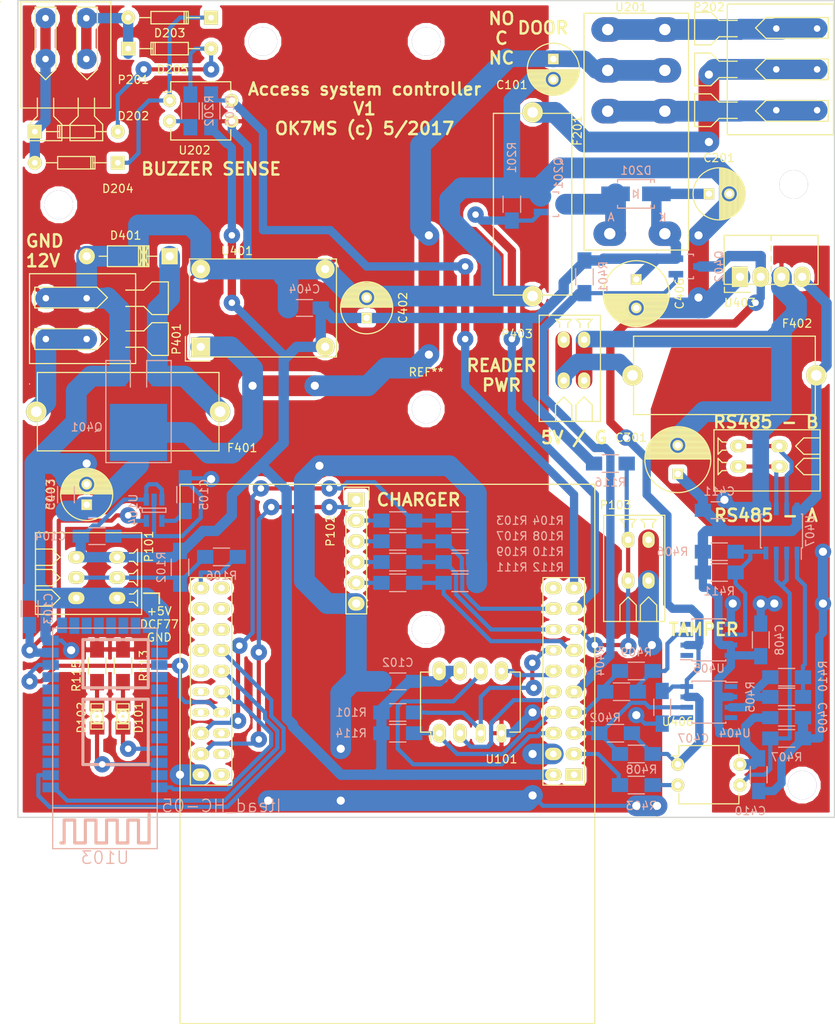
<source format=kicad_pcb>
(kicad_pcb (version 20170123) (host pcbnew "(2017-05-12 revision b823d0b)-master")
  (layers (0 F.Cu signal) (31 B.Cu signal) (34 B.Paste user) (35 F.Paste user) (36 B.SilkS user) (37 F.SilkS user) (38 B.Mask user) (39 F.Mask user) (44 Edge.Cuts user))
  (net 0 "")
  (net 1 GND)
  (net 2 +12V)
  (net 3 +5V)
  (net 4 VCC)
  (net 5 GNDA)
  (net 6 +5VA)
  (net 7 "Net-(D202-Pad2)")
  (net 8 /Door1/BUZZER_IN2)
  (net 9 /Door1/BUZZER_IN1)
  (net 10 "Net-(D203-Pad1)")
  (net 11 +BATT)
  (net 12 "Net-(F402-Pad1)")
  (net 13 /DOOR1)
  (net 14 /~READER_ON)
  (net 15 /MEM_WP)
  (net 16 "Net-(P101-Pad2)")
  (net 17 /BATT_SENSE)
  (net 18 /BUZZ1)
  (net 19 /DCF77)
  (net 20 /CHARGE_SENSE1)
  (net 21 /MEM_CS)
  (net 22 "Net-(R202-Pad1)")
  (net 23 /CHARGE)
  (net 24 /CPU_RX)
  (net 25 /~TX_EN)
  (net 26 "Net-(R403-Pad1)")
  (net 27 "Net-(R404-Pad1)")
  (net 28 /CPU_TX)
  (net 29 "Net-(R405-Pad2)")
  (net 30 /ReaderIntf/UNSAFE_RX)
  (net 31 /ReaderIntf/UNSAFE_TX)
  (net 32 "Net-(R407-Pad1)")
  (net 33 /MEM_MISO)
  (net 34 /MEM_MOSI)
  (net 35 /MEM_SCK)
  (net 36 +3V3)
  (net 37 "Net-(U102-Pad1.06)")
  (net 38 "Net-(U102-Pad3.10)")
  (net 39 "Net-(U102-Pad2.04)")
  (net 40 "Net-(U102-Pad2.05)")
  (net 41 "Net-(U102-Pad2.06)")
  (net 42 "Net-(U102-Pad2.07)")
  (net 43 "Net-(U102-Pad2.08)")
  (net 44 "Net-(U102-Pad2.09)")
  (net 45 "Net-(U102-Pad4.10)")
  (net 46 "Net-(U102-Pad4.09)")
  (net 47 "Net-(U102-Pad4.08)")
  (net 48 "Net-(U102-Pad4.03)")
  (net 49 "Net-(U102-Pad4.02)")
  (net 50 "Net-(U102-Pad4.01)")
  (net 51 /Door1/BUZZER_NO)
  (net 52 /Door1/BUZZER_NC)
  (net 53 /Door1/BUZZER_COM)
  (net 54 /CHARGE_SENSE2)
  (net 55 "Net-(R107-Pad2)")
  (net 56 "Net-(R109-Pad2)")
  (net 57 "Net-(R111-Pad2)")
  (net 58 /Power/PFUSED)
  (net 59 /Power/PIN)
  (net 60 /ReaderIntf/DCDCIN5V)
  (net 61 /Door1/RELAYGND)
  (net 62 "Net-(D101-Pad1)")
  (net 63 "Net-(D101-Pad2)")
  (net 64 "Net-(D102-Pad2)")
  (net 65 "Net-(D102-Pad1)")
  (net 66 /CPU_TX_BT)
  (net 67 /CPU_RX_BT)
  (net 68 /BT_AT_~COMM)
  (net 69 /~BT_RESET)
  (net 70 "Net-(C103-Pad1)")
  (net 71 "Net-(C105-Pad1)")
  (net 72 /TAMPER)
  (net 73 /ReaderIntf/485A)
  (net 74 /ReaderIntf/485B)
  (module Mounting_Holes:MountingHole_3-5mm (layer F.Cu) (at 145 72.5)
    (fp_text reference REF** hide)
    (fp_text value MountingHole_3-5mm)
    (pad 1 thru_hole circle (at 0 0) (size 3.5 3.5) (drill 3.5) (layers))
  )
  (module Mounting_Holes:MountingHole_3-5mm (layer F.Cu) (at 80 55)
    (fp_text reference REF** hide)
    (fp_text value MountingHole_3-5mm)
    (pad 1 thru_hole circle (at 0 0) (size 3.5 3.5) (drill 3.5) (layers))
  )
  (module Mounting_Holes:MountingHole_3-5mm (layer F.Cu) (at 146.05 146.05)
    (fp_text reference REF** hide)
    (fp_text value MountingHole_3-5mm)
    (pad 1 thru_hole circle (at 0 0) (size 3.5 3.5) (drill 3.5) (layers))
  )
  (module Mounting_Holes:MountingHole_3-5mm (layer F.Cu) (at 100 127)
    (fp_text reference REF** hide)
    (fp_text value MountingHole_3-5mm)
    (pad 1 thru_hole circle (at 0 0) (size 3.5 3.5) (drill 3.5) (layers))
  )
  (module Mounting_Holes:MountingHole_3-5mm (layer F.Cu) (at 100 100)
    (fp_text reference REF** (at 0 -4.50088) (layer F.SilkS))
    (fp_text value MountingHole_3-5mm)
    (pad 1 thru_hole circle (at 0 0) (size 3.5 3.5) (drill 3.5) (layers))
  )
  (module Mounting_Holes:MountingHole_3-5mm (layer F.Cu) (at 100 55)
    (fp_text reference REF** hide)
    (fp_text value MountingHole_3-5mm)
    (pad 1 thru_hole circle (at 0 0) (size 3.5 3.5) (drill 3.5) (layers))
  )
  (module Mounting_Holes:MountingHole_3-5mm (layer F.Cu) (at 55 75)
    (fp_text reference REF** hide)
    (fp_text value MountingHole_3-5mm)
    (pad 1 thru_hole circle (at 0 0) (size 3.5 3.5) (drill 3.5) (layers))
  )
  (module th-npth:TI-Launchpad_4-Ports_LargePads (layer F.Cu) (at 95.25 142.24 180)
    (fp_text reference U102 hide)
    (fp_text value EK-TM4C123GXL)
    (pad 1.01 thru_hole rect (at -22.86 -2.54 180) (size 2.032 1.524) (drill 0.8) (layers *.Cu *.Mask F.SilkS) (net 36 +3V3))
    (pad 1.02 thru_hole oval (at -22.86 0 180) (size 2.032 1.524) (drill 0.8) (layers *.Cu *.Mask F.SilkS) (net 25 /~TX_EN))
    (pad 1.03 thru_hole oval (at -22.86 2.54 180) (size 2.032 1.524) (drill 0.8) (layers *.Cu *.Mask F.SilkS) (net 24 /CPU_RX))
    (pad 1.04 thru_hole oval (at -22.86 5.08 180) (size 2.032 1.524) (drill 0.8) (layers *.Cu *.Mask F.SilkS) (net 28 /CPU_TX))
    (pad 1.05 thru_hole oval (at -22.86 7.62 180) (size 2.032 1.524) (drill 0.8) (layers *.Cu *.Mask F.SilkS) (net 14 /~READER_ON))
    (pad 1.06 thru_hole oval (at -22.86 10.16 180) (size 2.032 1.524) (drill 0.8) (layers *.Cu *.Mask F.SilkS) (net 37 "Net-(U102-Pad1.06)"))
    (pad 1.07 thru_hole oval (at -22.86 12.7 180) (size 2.032 1.524) (drill 0.8) (layers *.Cu *.Mask F.SilkS) (net 57 "Net-(R111-Pad2)"))
    (pad 1.08 thru_hole oval (at -22.86 15.24 180) (size 2.032 1.2) (drill 0.8) (layers *.Cu *.Mask F.SilkS) (net 72 /TAMPER))
    (pad 1.09 thru_hole oval (at -22.86 17.78 180) (size 2.032 1.524) (drill 0.8) (layers *.Cu *.Mask F.SilkS) (net 13 /DOOR1))
    (pad 1.10 thru_hole oval (at -22.86 20.32 180) (size 2.032 1.524) (drill 0.8) (layers *.Cu *.Mask F.SilkS) (net 18 /BUZZ1))
    (pad 3.10 thru_hole oval (at -20.32 20.32 180) (size 2.032 1.524) (drill 0.8) (layers *.Cu *.Mask F.SilkS) (net 38 "Net-(U102-Pad3.10)"))
    (pad 3.09 thru_hole oval (at -20.32 17.78 180) (size 2.032 1.524) (drill 0.8) (layers *.Cu *.Mask F.SilkS) (net 55 "Net-(R107-Pad2)"))
    (pad 3.08 thru_hole oval (at -20.32 15.24 180) (size 2.032 1.2) (drill 0.8) (layers *.Cu *.Mask F.SilkS) (net 56 "Net-(R109-Pad2)"))
    (pad 3.07 thru_hole oval (at -20.32 12.7 180) (size 2.032 1.2) (drill 0.8) (layers *.Cu *.Mask F.SilkS) (net 15 /MEM_WP))
    (pad 3.06 thru_hole oval (at -20.32 10.16 180) (size 2.032 1.524) (drill 0.8) (layers *.Cu *.Mask F.SilkS) (net 34 /MEM_MOSI))
    (pad 3.05 thru_hole oval (at -20.32 7.62 180) (size 2.032 1.524) (drill 0.8) (layers *.Cu *.Mask F.SilkS) (net 33 /MEM_MISO))
    (pad 3.04 thru_hole oval (at -20.32 5.08 180) (size 2.032 1.524) (drill 0.8) (layers *.Cu *.Mask F.SilkS) (net 21 /MEM_CS))
    (pad 3.03 thru_hole oval (at -20.32 2.54 180) (size 2.032 1.524) (drill 0.8) (layers *.Cu *.Mask F.SilkS) (net 35 /MEM_SCK))
    (pad 3.02 thru_hole oval (at -20.32 0 180) (size 2.032 1.524) (drill 0.8) (layers *.Cu *.Mask F.SilkS) (net 1 GND))
    (pad 3.01 thru_hole oval (at -20.32 -2.54 180) (size 2.032 1.524) (drill 0.8) (layers *.Cu *.Mask F.SilkS) (net 3 +5V))
    (pad 2.01 thru_hole oval (at 22.86 -2.54 180) (size 2.032 1.524) (drill 0.8) (layers *.Cu *.Mask F.SilkS) (net 1 GND))
    (pad 2.02 thru_hole oval (at 22.86 0 180) (size 2.032 1.524) (drill 0.8) (layers *.Cu *.Mask F.SilkS) (net 23 /CHARGE))
    (pad 2.03 thru_hole oval (at 22.86 2.54 180) (size 2.032 1.524) (drill 0.8) (layers *.Cu *.Mask F.SilkS) (net 17 /BATT_SENSE))
    (pad 2.04 thru_hole oval (at 22.86 5.08 180) (size 2.032 1) (drill 0.8) (layers *.Cu *.Mask F.SilkS) (net 39 "Net-(U102-Pad2.04)"))
    (pad 2.05 thru_hole oval (at 22.86 7.62 180) (size 2.032 1) (drill 0.8) (layers *.Cu *.Mask F.SilkS) (net 40 "Net-(U102-Pad2.05)"))
    (pad 2.06 thru_hole oval (at 22.86 10.16 180) (size 2.032 1.524) (drill 0.8) (layers *.Cu *.Mask F.SilkS) (net 41 "Net-(U102-Pad2.06)"))
    (pad 2.07 thru_hole oval (at 22.86 12.7 180) (size 2.032 1.524) (drill 0.8) (layers *.Cu *.Mask F.SilkS) (net 42 "Net-(U102-Pad2.07)"))
    (pad 2.08 thru_hole oval (at 22.86 15.24 180) (size 2.032 1.524) (drill 0.8) (layers *.Cu *.Mask F.SilkS) (net 43 "Net-(U102-Pad2.08)"))
    (pad 2.09 thru_hole oval (at 22.86 17.78 180) (size 2.032 1.524) (drill 0.8) (layers *.Cu *.Mask F.SilkS) (net 44 "Net-(U102-Pad2.09)"))
    (pad 2.10 thru_hole oval (at 22.86 20.32 180) (size 2.032 1.524) (drill 0.8) (layers *.Cu *.Mask F.SilkS) (net 19 /DCF77))
    (pad 4.10 thru_hole oval (at 20.32 20.32 180) (size 2.032 1.524) (drill 0.8) (layers *.Cu *.Mask F.SilkS) (net 45 "Net-(U102-Pad4.10)"))
    (pad 4.09 thru_hole oval (at 20.32 17.78 180) (size 2.032 1.524) (drill 0.8) (layers *.Cu *.Mask F.SilkS) (net 46 "Net-(U102-Pad4.09)"))
    (pad 4.08 thru_hole oval (at 20.32 15.24 180) (size 2.032 1.524) (drill 0.8) (layers *.Cu *.Mask F.SilkS) (net 47 "Net-(U102-Pad4.08)"))
    (pad 4.07 thru_hole oval (at 20.32 12.7 180) (size 2.032 1.524) (drill 0.8) (layers *.Cu *.Mask F.SilkS) (net 66 /CPU_TX_BT))
    (pad 4.06 thru_hole oval (at 20.32 10.16 180) (size 2.032 1.524) (drill 0.8) (layers *.Cu *.Mask F.SilkS) (net 67 /CPU_RX_BT))
    (pad 4.05 thru_hole oval (at 20.32 7.62 180) (size 2.032 1.524) (drill 0.8) (layers *.Cu *.Mask F.SilkS) (net 68 /BT_AT_~COMM))
    (pad 4.04 thru_hole oval (at 20.32 5.08 180) (size 2.032 1.2) (drill 0.8) (layers *.Cu *.Mask F.SilkS) (net 69 /~BT_RESET))
    (pad 4.03 thru_hole oval (at 20.32 2.54 180) (size 2.032 1.2) (drill 0.8) (layers *.Cu *.Mask F.SilkS) (net 48 "Net-(U102-Pad4.03)"))
    (pad 4.02 thru_hole oval (at 20.32 0 180) (size 2.032 1.2) (drill 0.8) (layers *.Cu *.Mask F.SilkS) (net 49 "Net-(U102-Pad4.02)"))
    (pad 4.01 thru_hole oval (at 20.32 -2.54 180) (size 2.032 1.524) (drill 0.8) (layers *.Cu *.Mask F.SilkS) (net 50 "Net-(U102-Pad4.01)"))
  )
  (module th-npth:DIP-8_W300mil_LongPads (layer F.Cu) (at 101.6 139.7 90)
    (fp_text reference U101 (at -3.175 7.62 180) (layer F.SilkS))
    (fp_text value A25L40P)
    (pad 1 thru_hole oval (at 0 0 90) (size 2.3 1.6) (drill 0.8) (layers *.Cu *.Mask F.SilkS) (net 21 /MEM_CS))
    (pad 2 thru_hole oval (at 0 2.54 90) (size 2.3 1.6) (drill 0.8) (layers *.Cu *.Mask F.SilkS) (net 33 /MEM_MISO))
    (pad 3 thru_hole oval (at 0 5.08 90) (size 2.3 1.2) (drill 0.8) (layers *.Cu *.Mask F.SilkS) (net 15 /MEM_WP))
    (pad 4 thru_hole oval (at 0 7.62 90) (size 2.3 1.2) (drill 0.8) (layers *.Cu *.Mask F.SilkS) (net 1 GND))
    (pad 5 thru_hole oval (at 7.62 7.62 90) (size 2.3 1.6) (drill 0.8) (layers *.Cu *.Mask F.SilkS) (net 34 /MEM_MOSI))
    (pad 6 thru_hole oval (at 7.62 5.08 90) (size 2.3 1.6) (drill 0.8) (layers *.Cu *.Mask F.SilkS) (net 35 /MEM_SCK))
    (pad 7 thru_hole oval (at 7.62 2.54 90) (size 2.3 1.6) (drill 0.8) (layers *.Cu *.Mask F.SilkS) (net 3 +5V))
    (pad 8 thru_hole oval (at 7.62 0 90) (size 2.3 1.6) (drill 0.8) (layers *.Cu *.Mask F.SilkS) (net 3 +5V))
  )
  (module th-npth:Wire-2_Wago-233-P2.5mm (layer F.Cu) (at 142.24 106.045 90)
    (fp_text reference P402 hide)
    (fp_text value Wago_233-502)
    (pad 1 thru_hole oval (at -1 1 90) (size 1.5 2) (drill 0.8) (layers *.Cu *.Mask F.SilkS) (net 73 /ReaderIntf/485A))
    (pad 2 thru_hole oval (at 1.5 1 90) (size 1.5 2) (drill 0.8) (layers *.Cu *.Mask F.SilkS) (net 74 /ReaderIntf/485B))
    (pad 2 thru_hole oval (at 1.5 -4 90) (size 1.5 2) (drill 0.8) (layers *.Cu *.Mask F.SilkS) (net 74 /ReaderIntf/485B))
    (pad 1 thru_hole oval (at -1 -4 90) (size 1.5 2) (drill 0.8) (layers *.Cu *.Mask F.SilkS) (net 73 /ReaderIntf/485A))
  )
  (module th-normal:C_Radial_D6.3_L11.2_P2.5 (layer F.Cu) (at 115.57 57.15 270)
    (fp_text reference C101 (at 3.175 5.08) (layer F.SilkS))
    (fp_text value Jamicon_220uF_16V_TKP)
    (pad 2 thru_hole circle (at 2.5 0 270) (size 1.3 1.3) (drill 0.8) (layers *.Cu *.Mask F.SilkS) (net 1 GND))
    (pad 1 thru_hole rect (at 0 0 270) (size 1.3 1.3) (drill 0.8) (layers *.Cu *.Mask F.SilkS) (net 2 +12V))
  )
  (module smd-handsolder:C_1206_HandSoldering (layer B.Cu) (at 96.52 133.35 180)
    (fp_text reference C102 (at 0 2.3 180) (layer B.SilkS) (effects (justify mirror)))
    (fp_text value C)
    (pad 2 smd rect (at 2 0 180) (size 2 1.6) (layers B.Cu B.Paste B.Mask) (net 1 GND))
    (pad 1 smd rect (at -2 0 180) (size 2 1.6) (layers B.Cu B.Paste B.Mask) (net 3 +5V))
  )
  (module th-normal:C_Radial_D6.3_L11.2_P2.5 (layer F.Cu) (at 134.62 73.66)
    (fp_text reference C201 (at 1.25 -4.4) (layer F.SilkS))
    (fp_text value Jamicon_220uF_16V_TKP)
    (pad 1 thru_hole rect (at 0 0) (size 1.3 1.3) (drill 0.8) (layers *.Cu *.Mask F.SilkS) (net 3 +5V))
    (pad 2 thru_hole circle (at 2.5 0) (size 1.3 1.3) (drill 0.8) (layers *.Cu *.Mask F.SilkS) (net 1 GND))
  )
  (module th-normal:C_Radial_D6.3_L11.2_P2.5 (layer F.Cu) (at 92.71 88.86 90)
    (fp_text reference C402 (at 1.25 4.445 90) (layer F.SilkS))
    (fp_text value Jamicon_220uF_16V_TKP)
    (pad 1 thru_hole rect (at 0 0 90) (size 1.3 1.3) (drill 0.8) (layers *.Cu *.Mask F.SilkS) (net 3 +5V))
    (pad 2 thru_hole circle (at 2.5 0 90) (size 1.3 1.3) (drill 0.8) (layers *.Cu *.Mask F.SilkS) (net 1 GND))
  )
  (module th-normal:C_Radial_D6.3_L11.2_P2.5 (layer F.Cu) (at 58.42 111.72 90)
    (fp_text reference C403 (at 1.25 -4.4 90) (layer F.SilkS))
    (fp_text value Jamicon_220uF_16V_TKP)
    (pad 2 thru_hole circle (at 2.5 0 90) (size 1.3 1.3) (drill 0.8) (layers *.Cu *.Mask F.SilkS) (net 1 GND))
    (pad 1 thru_hole rect (at 0 0 90) (size 1.3 1.3) (drill 0.8) (layers *.Cu *.Mask F.SilkS) (net 2 +12V))
  )
  (module smd-handsolder:C_1206_HandSoldering (layer B.Cu) (at 85.09 87.63 180)
    (fp_text reference C404 (at 0 2.3 180) (layer B.SilkS) (effects (justify mirror)))
    (fp_text value C)
    (pad 1 smd rect (at -2 0 180) (size 2 1.6) (layers B.Cu B.Paste B.Mask) (net 3 +5V))
    (pad 2 smd rect (at 2 0 180) (size 2 1.6) (layers B.Cu B.Paste B.Mask) (net 1 GND))
  )
  (module smd-handsolder:C_1206_HandSoldering (layer B.Cu) (at 55.88 110.49 90)
    (fp_text reference C405 (at 0 -1.905 90) (layer B.SilkS) (effects (justify mirror)))
    (fp_text value C)
    (pad 2 smd rect (at 2 0 90) (size 2 1.6) (layers B.Cu B.Paste B.Mask) (net 1 GND))
    (pad 1 smd rect (at -2 0 90) (size 2 1.6) (layers B.Cu B.Paste B.Mask) (net 2 +12V))
  )
  (module smd-handsolder:C_1206_HandSoldering (layer B.Cu) (at 128.905 136.525 270)
    (fp_text reference C407 (at 3.81 -3.81) (layer B.SilkS) (effects (justify mirror)))
    (fp_text value 100n)
    (pad 1 smd rect (at -2 0 270) (size 2 1.6) (layers B.Cu B.Paste B.Mask) (net 60 /ReaderIntf/DCDCIN5V))
    (pad 2 smd rect (at 2 0 270) (size 2 1.6) (layers B.Cu B.Paste B.Mask) (net 1 GND))
  )
  (module smd-handsolder:C_1206_HandSoldering (layer B.Cu) (at 140.97 128.27 90)
    (fp_text reference C408 (at 0 2.3 90) (layer B.SilkS) (effects (justify mirror)))
    (fp_text value 100n)
    (pad 2 smd rect (at 2 0 90) (size 2 1.6) (layers B.Cu B.Paste B.Mask) (net 5 GNDA))
    (pad 1 smd rect (at -2 0 90) (size 2 1.6) (layers B.Cu B.Paste B.Mask) (net 6 +5VA))
  )
  (module smd-handsolder:C_1206_HandSoldering (layer B.Cu) (at 144.145 137.795 180)
    (fp_text reference C409 (at -4.445 0 270) (layer B.SilkS) (effects (justify mirror)))
    (fp_text value 100n)
    (pad 2 smd rect (at 2 0 180) (size 2 1.6) (layers B.Cu B.Paste B.Mask) (net 6 +5VA))
    (pad 1 smd rect (at -2 0 180) (size 2 1.6) (layers B.Cu B.Paste B.Mask) (net 5 GNDA))
  )
  (module smd-handsolder:C_1206_HandSoldering (layer B.Cu) (at 140.716 144.78 90)
    (fp_text reference C410 (at -4.445 -1.016 180) (layer B.SilkS) (effects (justify mirror)))
    (fp_text value 100n)
    (pad 1 smd rect (at -2 0 90) (size 2 1.6) (layers B.Cu B.Paste B.Mask) (net 5 GNDA))
    (pad 2 smd rect (at 2 0 90) (size 2 1.6) (layers B.Cu B.Paste B.Mask) (net 6 +5VA))
  )
  (module smd-handsolder:C_1206_HandSoldering (layer B.Cu) (at 135.89 112.395 180)
    (fp_text reference C411 (at 0 2.3 180) (layer B.SilkS) (effects (justify mirror)))
    (fp_text value 100n)
    (pad 1 smd rect (at -2 0 180) (size 2 1.6) (layers B.Cu B.Paste B.Mask) (net 5 GNDA))
    (pad 2 smd rect (at 2 0 180) (size 2 1.6) (layers B.Cu B.Paste B.Mask) (net 6 +5VA))
  )
  (module smd-handsolder:Diode-SMA_Handsoldering (layer B.Cu) (at 125.68936 73.66 180)
    (fp_text reference D201 (at 0 2.85 180) (layer B.SilkS) (effects (justify mirror)))
    (fp_text value SK110)
    (fp_text user K (at -3.25 -2.9 180) (layer B.SilkS) (effects (justify mirror)))
    (fp_text user A (at 3.05 -2.85 180) (layer B.SilkS) (effects (justify mirror)))
    (pad 1 smd rect (at -2.49936 0 180) (size 3.50012 1.80086) (layers B.Cu B.Paste B.Mask) (net 3 +5V))
    (pad 2 smd rect (at 2.49936 0 180) (size 3.50012 1.80086) (layers B.Cu B.Paste B.Mask) (net 61 /Door1/RELAYGND))
  )
  (module th-npth:Diode_DO-35_SOD27_Horizontal_RM10 (layer F.Cu) (at 52.06948 66.04254)
    (fp_text reference D202 (at 12.06552 -1.90754) (layer F.SilkS))
    (fp_text value SD103A)
    (pad 2 thru_hole circle (at 10.16052 -0.00254 180) (size 1.69926 1.69926) (drill 0.70104) (layers *.Cu *.Mask F.SilkS) (net 7 "Net-(D202-Pad2)"))
    (pad 1 thru_hole rect (at 0.00052 -0.00254 180) (size 1.69926 1.69926) (drill 0.70104) (layers *.Cu *.Mask F.SilkS) (net 8 /Door1/BUZZER_IN2))
  )
  (module th-npth:Diode_DO-35_SOD27_Horizontal_RM10 (layer F.Cu) (at 73.6574 52.0827 180)
    (fp_text reference D203 (at 5.0774 -1.8923 180) (layer F.SilkS))
    (fp_text value SD103A)
    (pad 2 thru_hole circle (at 10.16052 -0.00254) (size 1.69926 1.69926) (drill 0.70104) (layers *.Cu *.Mask F.SilkS) (net 9 /Door1/BUZZER_IN1))
    (pad 1 thru_hole rect (at 0.00052 -0.00254) (size 1.69926 1.69926) (drill 0.70104) (layers *.Cu *.Mask F.SilkS) (net 10 "Net-(D203-Pad1)"))
  )
  (module th-npth:Diode_DO-35_SOD27_Horizontal_RM10 (layer F.Cu) (at 62.23052 69.84746 180)
    (fp_text reference D204 (at 0.00052 -3.17754 180) (layer F.SilkS))
    (fp_text value SD103A)
    (pad 1 thru_hole rect (at 0.00052 -0.00254) (size 1.69926 1.69926) (drill 0.70104) (layers *.Cu *.Mask F.SilkS) (net 10 "Net-(D203-Pad1)"))
    (pad 2 thru_hole circle (at 10.16052 -0.00254) (size 1.69926 1.69926) (drill 0.70104) (layers *.Cu *.Mask F.SilkS) (net 8 /Door1/BUZZER_IN2))
  )
  (module th-npth:Diode_DO-35_SOD27_Horizontal_RM10 (layer F.Cu) (at 63.5 55.88)
    (fp_text reference D205 (at 5.43052 2.53746) (layer F.SilkS))
    (fp_text value SD103A)
    (pad 1 thru_hole rect (at 0.00052 -0.00254 180) (size 1.69926 1.69926) (drill 0.70104) (layers *.Cu *.Mask F.SilkS) (net 9 /Door1/BUZZER_IN1))
    (pad 2 thru_hole circle (at 10.16052 -0.00254 180) (size 1.69926 1.69926) (drill 0.70104) (layers *.Cu *.Mask F.SilkS) (net 7 "Net-(D202-Pad2)"))
  )
  (module th-normal:Diode_DO-41_SOD81_Horizontal_RM10 (layer F.Cu) (at 68.58 81.29524 180)
    (fp_text reference D401 (at 5.38734 2.53746 180) (layer F.SilkS))
    (fp_text value BZX85C15)
    (pad 2 thru_hole circle (at 10.16 -0.00254) (size 1.99898 1.99898) (drill 1) (layers *.Cu *.Mask F.SilkS) (net 1 GND))
    (pad 1 thru_hole rect (at 0 -0.00254) (size 1.99898 1.99898) (drill 1) (layers *.Cu *.Mask F.SilkS) (net 58 /Power/PFUSED))
  )
  (module th-normal:Fuse_5x20_Schurter-0031-8201 (layer F.Cu) (at 63.5 100.33 180)
    (fp_text reference F401 (at -13.97 -4.445 180) (layer F.SilkS))
    (fp_text value FUSE)
    (pad 2 thru_hole circle (at 11.25 0 180) (size 2.5 2.5) (drill 1.3) (layers *.Cu *.Mask F.SilkS) (net 59 /Power/PIN))
    (pad 1 thru_hole circle (at -11.25 0 180) (size 2.5 2.5) (drill 1.3) (layers *.Cu *.Mask F.SilkS) (net 58 /Power/PFUSED))
  )
  (module th-normal:Fuse_5x20_Schurter-0031-8201 (layer F.Cu) (at 136.525 95.885)
    (fp_text reference F402 (at 8.89 -6.35) (layer F.SilkS))
    (fp_text value FUSE)
    (pad 1 thru_hole circle (at -11.25 0) (size 2.5 2.5) (drill 1.3) (layers *.Cu *.Mask F.SilkS) (net 12 "Net-(F402-Pad1)"))
    (pad 2 thru_hole circle (at 11.25 0) (size 2.5 2.5) (drill 1.3) (layers *.Cu *.Mask F.SilkS) (net 6 +5VA))
  )
  (module smd-handsolder:SOT-23_HandSoldering (layer B.Cu) (at 115.57 74.93 90)
    (fp_text reference Q201 (at 3.81 0.635 90) (layer B.SilkS) (effects (justify mirror)))
    (fp_text value 2N7002K)
    (pad 3 smd rect (at 0 1.50114 90) (size 0.8001 1.80086) (layers B.Cu B.Paste B.Mask) (net 61 /Door1/RELAYGND))
    (pad 2 smd rect (at 0.95 -1.50114 90) (size 0.8001 1.80086) (layers B.Cu B.Paste B.Mask) (net 1 GND))
    (pad 1 smd rect (at -0.95 -1.50114 90) (size 0.8001 1.80086) (layers B.Cu B.Paste B.Mask) (net 13 /DOOR1))
  )
  (module smd-handsolder:DPAK_HandSoldering (layer B.Cu) (at 64.77 100.57)
    (fp_text reference Q401 (at -6.35 1.665 -180) (layer B.SilkS) (effects (justify mirror)))
    (fp_text value IRFU9024)
    (pad 4 smd rect (at 0 2.3) (size 7 7) (layers B.Cu B.Paste B.Mask) (net 2 +12V))
    (pad 1 smd rect (at -2.3 -4.6) (size 1.5 2.5) (layers B.Cu B.Paste B.Mask) (net 1 GND))
    (pad 3 smd rect (at 2.3 -4.6) (size 1.5 2.5) (layers B.Cu B.Paste B.Mask) (net 58 /Power/PFUSED))
  )
  (module smd-handsolder:SOT-23_HandSoldering (layer B.Cu) (at 132.08 82.55 90)
    (fp_text reference Q402 (at 0 3.81 90) (layer B.SilkS) (effects (justify mirror)))
    (fp_text value IRLML6402)
    (pad 1 smd rect (at -0.95 -1.50114 90) (size 0.8001 1.80086) (layers B.Cu B.Paste B.Mask) (net 14 /~READER_ON))
    (pad 2 smd rect (at 0.95 -1.50114 90) (size 0.8001 1.80086) (layers B.Cu B.Paste B.Mask) (net 3 +5V))
    (pad 3 smd rect (at 0 1.50114 90) (size 0.8001 1.80086) (layers B.Cu B.Paste B.Mask) (net 60 /ReaderIntf/DCDCIN5V))
  )
  (module smd-handsolder:R_1206_HandSoldering (layer B.Cu) (at 96.52 137.16)
    (fp_text reference R101 (at -5.715 0) (layer B.SilkS) (effects (justify mirror)))
    (fp_text value 10k)
    (pad 1 smd rect (at -2 0) (size 2 1.7) (layers B.Cu B.Paste B.Mask) (net 3 +5V))
    (pad 2 smd rect (at 2 0) (size 2 1.7) (layers B.Cu B.Paste B.Mask) (net 15 /MEM_WP))
  )
  (module smd-handsolder:R_1206_HandSoldering (layer B.Cu) (at 69.85 119.38 270)
    (fp_text reference R102 (at 0 2.3 270) (layer B.SilkS) (effects (justify mirror)))
    (fp_text value 10k)
    (pad 2 smd rect (at 2 0 270) (size 2 1.7) (layers B.Cu B.Paste B.Mask) (net 16 "Net-(P101-Pad2)"))
    (pad 1 smd rect (at -2 0 270) (size 2 1.7) (layers B.Cu B.Paste B.Mask) (net 3 +5V))
  )
  (module smd-handsolder:R_1206_HandSoldering (layer B.Cu) (at 96.52 113.665)
    (fp_text reference R103 (at 13.97 0) (layer B.SilkS) (effects (justify mirror)))
    (fp_text value 100k)
    (pad 2 smd rect (at 2 0) (size 2 1.7) (layers B.Cu B.Paste B.Mask) (net 17 /BATT_SENSE))
    (pad 1 smd rect (at -2 0) (size 2 1.7) (layers B.Cu B.Paste B.Mask) (net 11 +BATT))
  )
  (module smd-handsolder:R_1206_HandSoldering (layer B.Cu) (at 104.14 113.665)
    (fp_text reference R104 (at 10.795 0) (layer B.SilkS) (effects (justify mirror)))
    (fp_text value 25k)
    (pad 1 smd rect (at -2 0) (size 2 1.7) (layers B.Cu B.Paste B.Mask) (net 17 /BATT_SENSE))
    (pad 2 smd rect (at 2 0) (size 2 1.7) (layers B.Cu B.Paste B.Mask) (net 1 GND))
  )
  (module smd-handsolder:R_1206_HandSoldering (layer B.Cu) (at 73.66 63.5 90)
    (fp_text reference R105 (at 0 2.3 90) (layer B.SilkS) (effects (justify mirror)))
    (fp_text value 10k)
    (pad 2 smd rect (at 2 0 90) (size 2 1.7) (layers B.Cu B.Paste B.Mask) (net 18 /BUZZ1))
    (pad 1 smd rect (at -2 0 90) (size 2 1.7) (layers B.Cu B.Paste B.Mask) (net 3 +5V))
  )
  (module smd-handsolder:R_1206_HandSoldering (layer B.Cu) (at 74.93 118.11)
    (fp_text reference R106 (at 0 2.3) (layer B.SilkS) (effects (justify mirror)))
    (fp_text value 0)
    (pad 1 smd rect (at -2 0) (size 2 1.7) (layers B.Cu B.Paste B.Mask) (net 16 "Net-(P101-Pad2)"))
    (pad 2 smd rect (at 2 0) (size 2 1.7) (layers B.Cu B.Paste B.Mask) (net 19 /DCF77))
  )
  (module smd-handsolder:R_1206_HandSoldering (layer B.Cu) (at 96.52 116.205)
    (fp_text reference R107 (at 13.97 -0.635) (layer B.SilkS) (effects (justify mirror)))
    (fp_text value 100k)
    (pad 2 smd rect (at 2 0) (size 2 1.7) (layers B.Cu B.Paste B.Mask) (net 55 "Net-(R107-Pad2)"))
    (pad 1 smd rect (at -2 0) (size 2 1.7) (layers B.Cu B.Paste B.Mask) (net 54 /CHARGE_SENSE2))
  )
  (module smd-handsolder:R_1206_HandSoldering (layer B.Cu) (at 104.14 116.205)
    (fp_text reference R108 (at 10.795 -0.635) (layer B.SilkS) (effects (justify mirror)))
    (fp_text value 25k)
    (pad 1 smd rect (at -2 0) (size 2 1.7) (layers B.Cu B.Paste B.Mask) (net 55 "Net-(R107-Pad2)"))
    (pad 2 smd rect (at 2 0) (size 2 1.7) (layers B.Cu B.Paste B.Mask) (net 1 GND))
  )
  (module smd-handsolder:R_1206_HandSoldering (layer B.Cu) (at 96.52 118.745)
    (fp_text reference R109 (at 13.97 -1.27) (layer B.SilkS) (effects (justify mirror)))
    (fp_text value 100k)
    (pad 1 smd rect (at -2 0) (size 2 1.7) (layers B.Cu B.Paste B.Mask) (net 20 /CHARGE_SENSE1))
    (pad 2 smd rect (at 2 0) (size 2 1.7) (layers B.Cu B.Paste B.Mask) (net 56 "Net-(R109-Pad2)"))
  )
  (module smd-handsolder:R_1206_HandSoldering (layer B.Cu) (at 104.14 118.745)
    (fp_text reference R110 (at 10.795 -1.27) (layer B.SilkS) (effects (justify mirror)))
    (fp_text value 25k)
    (pad 2 smd rect (at 2 0) (size 2 1.7) (layers B.Cu B.Paste B.Mask) (net 1 GND))
    (pad 1 smd rect (at -2 0) (size 2 1.7) (layers B.Cu B.Paste B.Mask) (net 56 "Net-(R109-Pad2)"))
  )
  (module smd-handsolder:R_1206_HandSoldering (layer B.Cu) (at 96.52 139.7)
    (fp_text reference R114 (at -5.715 0) (layer B.SilkS) (effects (justify mirror)))
    (fp_text value 10k)
    (pad 2 smd rect (at 2 0) (size 2 1.7) (layers B.Cu B.Paste B.Mask) (net 21 /MEM_CS))
    (pad 1 smd rect (at -2 0) (size 2 1.7) (layers B.Cu B.Paste B.Mask) (net 3 +5V))
  )
  (module smd-handsolder:R_1206_HandSoldering (layer B.Cu) (at 110.49 74.93 90)
    (fp_text reference R201 (at 5.715 0 90) (layer B.SilkS) (effects (justify mirror)))
    (fp_text value R)
    (pad 1 smd rect (at -2 0 90) (size 2 1.7) (layers B.Cu B.Paste B.Mask) (net 13 /DOOR1))
    (pad 2 smd rect (at 2 0 90) (size 2 1.7) (layers B.Cu B.Paste B.Mask) (net 1 GND))
  )
  (module smd-handsolder:R_1206_HandSoldering (layer B.Cu) (at 71.12 63.5 90)
    (fp_text reference R202 (at 0 2.3 90) (layer B.SilkS) (effects (justify mirror)))
    (fp_text value R)
    (pad 1 smd rect (at -2 0 90) (size 2 1.7) (layers B.Cu B.Paste B.Mask) (net 22 "Net-(R202-Pad1)"))
    (pad 2 smd rect (at 2 0 90) (size 2 1.7) (layers B.Cu B.Paste B.Mask) (net 7 "Net-(D202-Pad2)"))
  )
  (module smd-handsolder:R_1206_HandSoldering (layer B.Cu) (at 119.38 83.82 90)
    (fp_text reference R401 (at 0 2.3 90) (layer B.SilkS) (effects (justify mirror)))
    (fp_text value 10k)
    (pad 1 smd rect (at -2 0 90) (size 2 1.7) (layers B.Cu B.Paste B.Mask) (net 14 /~READER_ON))
    (pad 2 smd rect (at 2 0 90) (size 2 1.7) (layers B.Cu B.Paste B.Mask) (net 3 +5V))
  )
  (module smd-handsolder:R_1206_HandSoldering (layer B.Cu) (at 123.19 139.7)
    (fp_text reference R402 (at -1.27 -1.905) (layer B.SilkS) (effects (justify mirror)))
    (fp_text value 1k)
    (pad 2 smd rect (at 2 0) (size 2 1.7) (layers B.Cu B.Paste B.Mask) (net 60 /ReaderIntf/DCDCIN5V))
    (pad 1 smd rect (at -2 0) (size 2 1.7) (layers B.Cu B.Paste B.Mask) (net 24 /CPU_RX))
  )
  (module smd-handsolder:R_1206_HandSoldering (layer B.Cu) (at 125.73 146.05 180)
    (fp_text reference R403 (at -0.635 -2.54 180) (layer B.SilkS) (effects (justify mirror)))
    (fp_text value R)
    (pad 2 smd rect (at 2 0 180) (size 2 1.7) (layers B.Cu B.Paste B.Mask) (net 25 /~TX_EN))
    (pad 1 smd rect (at -2 0 180) (size 2 1.7) (layers B.Cu B.Paste B.Mask) (net 26 "Net-(R403-Pad1)"))
  )
  (module smd-handsolder:R_1206_HandSoldering (layer B.Cu) (at 123.92 134.62 180)
    (fp_text reference R404 (at 2.635 3.81 270) (layer B.SilkS) (effects (justify mirror)))
    (fp_text value 1k)
    (pad 1 smd rect (at -2 0 180) (size 2 1.7) (layers B.Cu B.Paste B.Mask) (net 27 "Net-(R404-Pad1)"))
    (pad 2 smd rect (at 2 0 180) (size 2 1.7) (layers B.Cu B.Paste B.Mask) (net 28 /CPU_TX))
  )
  (module smd-handsolder:R_1206_HandSoldering (layer B.Cu) (at 144.145 135.255 180)
    (fp_text reference R405 (at 4.445 0 270) (layer B.SilkS) (effects (justify mirror)))
    (fp_text value 1k)
    (pad 2 smd rect (at 2 0 180) (size 2 1.7) (layers B.Cu B.Paste B.Mask) (net 29 "Net-(R405-Pad2)"))
    (pad 1 smd rect (at -2 0 180) (size 2 1.7) (layers B.Cu B.Paste B.Mask) (net 30 /ReaderIntf/UNSAFE_RX))
  )
  (module smd-handsolder:R_1206_HandSoldering (layer B.Cu) (at 135.89 117.475)
    (fp_text reference R406 (at -5.715 0) (layer B.SilkS) (effects (justify mirror)))
    (fp_text value 1k)
    (pad 1 smd rect (at -2 0) (size 2 1.7) (layers B.Cu B.Paste B.Mask) (net 6 +5VA))
    (pad 2 smd rect (at 2 0) (size 2 1.7) (layers B.Cu B.Paste B.Mask) (net 31 /ReaderIntf/UNSAFE_TX))
  )
  (module smd-handsolder:R_1206_HandSoldering (layer B.Cu) (at 144.145 140.335)
    (fp_text reference R407 (at 0 2.3) (layer B.SilkS) (effects (justify mirror)))
    (fp_text value 10k)
    (pad 2 smd rect (at 2 0) (size 2 1.7) (layers B.Cu B.Paste B.Mask) (net 5 GNDA))
    (pad 1 smd rect (at -2 0) (size 2 1.7) (layers B.Cu B.Paste B.Mask) (net 32 "Net-(R407-Pad1)"))
  )
  (module smd-handsolder:R_1206_HandSoldering (layer B.Cu) (at 125.73 142.24)
    (fp_text reference R408 (at 0.635 1.905) (layer B.SilkS) (effects (justify mirror)))
    (fp_text value 1k)
    (pad 1 smd rect (at -2 0) (size 2 1.7) (layers B.Cu B.Paste B.Mask) (net 24 /CPU_RX))
    (pad 2 smd rect (at 2 0) (size 2 1.7) (layers B.Cu B.Paste B.Mask) (net 60 /ReaderIntf/DCDCIN5V))
  )
  (module smd-handsolder:R_1206_HandSoldering (layer B.Cu) (at 125.73 132.08 180)
    (fp_text reference R409 (at 0 2.3 180) (layer B.SilkS) (effects (justify mirror)))
    (fp_text value 1k)
    (pad 1 smd rect (at -2 0 180) (size 2 1.7) (layers B.Cu B.Paste B.Mask) (net 27 "Net-(R404-Pad1)"))
    (pad 2 smd rect (at 2 0 180) (size 2 1.7) (layers B.Cu B.Paste B.Mask) (net 28 /CPU_TX))
  )
  (module smd-handsolder:R_1206_HandSoldering (layer B.Cu) (at 144.145 132.842 180)
    (fp_text reference R410 (at -4.445 0.127 270) (layer B.SilkS) (effects (justify mirror)))
    (fp_text value 1k)
    (pad 1 smd rect (at -2 0 180) (size 2 1.7) (layers B.Cu B.Paste B.Mask) (net 30 /ReaderIntf/UNSAFE_RX))
    (pad 2 smd rect (at 2 0 180) (size 2 1.7) (layers B.Cu B.Paste B.Mask) (net 29 "Net-(R405-Pad2)"))
  )
  (module smd-handsolder:R_1206_HandSoldering (layer B.Cu) (at 135.89 120.015)
    (fp_text reference R411 (at 0 2.3) (layer B.SilkS) (effects (justify mirror)))
    (fp_text value 1k)
    (pad 2 smd rect (at 2 0) (size 2 1.7) (layers B.Cu B.Paste B.Mask) (net 31 /ReaderIntf/UNSAFE_TX))
    (pad 1 smd rect (at -2 0) (size 2 1.7) (layers B.Cu B.Paste B.Mask) (net 6 +5VA))
  )
  (module th-normal:DIP-4_W300mil (layer F.Cu) (at 68.58 62.23)
    (fp_text reference U202 (at 3.048 6.096) (layer F.SilkS))
    (fp_text value Cosmo_1010-817)
    (pad 4 thru_hole oval (at 7.62 0) (size 1.6 1.6) (drill 0.8) (layers *.Cu *.Mask F.SilkS) (net 18 /BUZZ1))
    (pad 3 thru_hole oval (at 7.62 2.54) (size 1.6 1.6) (drill 0.8) (layers *.Cu *.Mask F.SilkS) (net 1 GND))
    (pad 2 thru_hole oval (at 0 2.54) (size 1.6 1.6) (drill 0.8) (layers *.Cu *.Mask F.SilkS) (net 22 "Net-(R202-Pad1)"))
    (pad 1 thru_hole oval (at 0 0) (size 1.6 1.6) (drill 0.8) (layers *.Cu *.Mask F.SilkS) (net 10 "Net-(D203-Pad1)"))
  )
  (module th-normal:DcDc_MH_MINI_360 (layer F.Cu) (at 80.01 87.63 90)
    (fp_text reference U401 (at 6.985 -3.175 180) (layer F.SilkS))
    (fp_text value Mini-360)
    (pad 1 thru_hole rect (at -4.7625 -7.62 90) (size 2.3 2.3) (drill 1) (layers *.Cu *.Mask F.SilkS) (net 2 +12V))
    (pad 4 thru_hole circle (at 4.7625 -7.62 90) (size 2.3 2.3) (drill 1) (layers *.Cu *.Mask F.SilkS) (net 1 GND))
    (pad 3 thru_hole circle (at 4.7625 7.62 90) (size 2.3 2.3) (drill 1) (layers *.Cu *.Mask F.SilkS) (net 1 GND))
    (pad 2 thru_hole circle (at -4.7625 7.62 90) (size 2.3 2.3) (drill 1) (layers *.Cu *.Mask F.SilkS) (net 3 +5V))
  )
  (module th-normal:DcDc_Roe_SIP-4 (layer F.Cu) (at 142.24 83.82)
    (fp_text reference U403 (at -3.81 3.175) (layer F.SilkS))
    (fp_text value ROE-0505S)
    (pad 1 thru_hole rect (at -3.81 0) (size 2 2.5) (drill 1) (layers *.Cu *.Mask F.SilkS) (net 1 GND))
    (pad 2 thru_hole oval (at -1.27 0) (size 2 2.5) (drill 1) (layers *.Cu *.Mask F.SilkS) (net 60 /ReaderIntf/DCDCIN5V))
    (pad 3 thru_hole oval (at 1.27 0) (size 2 2.5) (drill 1) (layers *.Cu *.Mask F.SilkS) (net 5 GNDA))
    (pad 4 thru_hole oval (at 3.81 0) (size 2 2.5) (drill 1) (layers *.Cu *.Mask F.SilkS) (net 6 +5VA))
  )
  (module smd-normal:SOIC-8_3.9x4.9mm_Pitch1.27mm (layer B.Cu) (at 134.62 135.89 180)
    (fp_text reference U404 (at -3.175 -3.81 180) (layer B.SilkS) (effects (justify mirror)))
    (fp_text value HCPL-0601-500E)
    (pad 1 smd rect (at -2.7 1.905 180) (size 1.55 0.6) (layers B.Cu B.Paste B.Mask))
    (pad 2 smd rect (at -2.7 0.635 180) (size 1.55 0.6) (layers B.Cu B.Paste B.Mask) (net 6 +5VA))
    (pad 3 smd rect (at -2.7 -0.635 180) (size 1.55 0.6) (layers B.Cu B.Paste B.Mask) (net 29 "Net-(R405-Pad2)"))
    (pad 4 smd rect (at -2.7 -1.905 180) (size 1.55 0.6) (layers B.Cu B.Paste B.Mask))
    (pad 5 smd rect (at 2.7 -1.905 180) (size 1.55 0.6) (layers B.Cu B.Paste B.Mask) (net 1 GND))
    (pad 6 smd rect (at 2.7 -0.635 180) (size 1.55 0.6) (layers B.Cu B.Paste B.Mask) (net 24 /CPU_RX))
    (pad 7 smd rect (at 2.7 0.635 180) (size 1.55 0.6) (layers B.Cu B.Paste B.Mask) (net 60 /ReaderIntf/DCDCIN5V))
    (pad 8 smd rect (at 2.7 1.905 180) (size 1.55 0.6) (layers B.Cu B.Paste B.Mask) (net 60 /ReaderIntf/DCDCIN5V))
  )
  (module smd-normal:SOIC-8_3.9x4.9mm_Pitch1.27mm (layer B.Cu) (at 134.62 128.27)
    (fp_text reference U405 (at 0 3.5) (layer B.SilkS) (effects (justify mirror)))
    (fp_text value HCPL-0601-500E)
    (pad 8 smd rect (at 2.7 1.905) (size 1.55 0.6) (layers B.Cu B.Paste B.Mask) (net 6 +5VA))
    (pad 7 smd rect (at 2.7 0.635) (size 1.55 0.6) (layers B.Cu B.Paste B.Mask) (net 6 +5VA))
    (pad 6 smd rect (at 2.7 -0.635) (size 1.55 0.6) (layers B.Cu B.Paste B.Mask) (net 31 /ReaderIntf/UNSAFE_TX))
    (pad 5 smd rect (at 2.7 -1.905) (size 1.55 0.6) (layers B.Cu B.Paste B.Mask) (net 5 GNDA))
    (pad 4 smd rect (at -2.7 -1.905) (size 1.55 0.6) (layers B.Cu B.Paste B.Mask))
    (pad 3 smd rect (at -2.7 -0.635) (size 1.55 0.6) (layers B.Cu B.Paste B.Mask) (net 27 "Net-(R404-Pad1)"))
    (pad 2 smd rect (at -2.7 0.635) (size 1.55 0.6) (layers B.Cu B.Paste B.Mask) (net 60 /ReaderIntf/DCDCIN5V))
    (pad 1 smd rect (at -2.7 1.905) (size 1.55 0.6) (layers B.Cu B.Paste B.Mask))
  )
  (module th-normal:DIP-4_W300mil (layer F.Cu) (at 130.81 143.51)
    (fp_text reference U406 (at 0 -5.22) (layer F.SilkS))
    (fp_text value Cosmo_1010-817)
    (pad 1 thru_hole oval (at 0 0) (size 1.6 1.6) (drill 0.8) (layers *.Cu *.Mask F.SilkS) (net 60 /ReaderIntf/DCDCIN5V))
    (pad 2 thru_hole oval (at 0 2.54) (size 1.6 1.6) (drill 0.8) (layers *.Cu *.Mask F.SilkS) (net 26 "Net-(R403-Pad1)"))
    (pad 3 thru_hole oval (at 7.62 2.54) (size 1.6 1.6) (drill 0.8) (layers *.Cu *.Mask F.SilkS) (net 32 "Net-(R407-Pad1)"))
    (pad 4 thru_hole oval (at 7.62 0) (size 1.6 1.6) (drill 0.8) (layers *.Cu *.Mask F.SilkS) (net 6 +5VA))
  )
  (module smd-normal:SOIC-8_3.9x4.9mm_Pitch1.27mm (layer B.Cu) (at 143.51 114.935 90)
    (fp_text reference U407 (at 0 3.5 90) (layer B.SilkS) (effects (justify mirror)))
    (fp_text value SN75176BDR)
    (pad 1 smd rect (at -2.7 1.905 90) (size 1.55 0.6) (layers B.Cu B.Paste B.Mask) (net 30 /ReaderIntf/UNSAFE_RX))
    (pad 2 smd rect (at -2.7 0.635 90) (size 1.55 0.6) (layers B.Cu B.Paste B.Mask) (net 32 "Net-(R407-Pad1)"))
    (pad 3 smd rect (at -2.7 -0.635 90) (size 1.55 0.6) (layers B.Cu B.Paste B.Mask) (net 32 "Net-(R407-Pad1)"))
    (pad 4 smd rect (at -2.7 -1.905 90) (size 1.55 0.6) (layers B.Cu B.Paste B.Mask) (net 31 /ReaderIntf/UNSAFE_TX))
    (pad 5 smd rect (at 2.7 -1.905 90) (size 1.55 0.6) (layers B.Cu B.Paste B.Mask) (net 5 GNDA))
    (pad 6 smd rect (at 2.7 -0.635 90) (size 1.55 0.6) (layers B.Cu B.Paste B.Mask) (net 73 /ReaderIntf/485A))
    (pad 7 smd rect (at 2.7 0.635 90) (size 1.55 0.6) (layers B.Cu B.Paste B.Mask) (net 74 /ReaderIntf/485B))
    (pad 8 smd rect (at 2.7 1.905 90) (size 1.55 0.6) (layers B.Cu B.Paste B.Mask) (net 6 +5VA))
  )
  (module th-npth:Wire-3_Wago-233-P2.5mm (layer F.Cu) (at 58.15 120.15 270)
    (fp_text reference P101 (at -3.31 -7.89 270) (layer F.SilkS))
    (fp_text value WAGO233)
    (pad 3 thru_hole oval (at 3 -4 270) (size 1.5 2) (drill 0.8) (layers *.Cu *.Mask F.SilkS) (net 1 GND))
    (pad 3 thru_hole oval (at 3 1 270) (size 1.5 2) (drill 0.8) (layers *.Cu *.Mask F.SilkS) (net 1 GND))
    (pad 1 thru_hole oval (at -2 -4 270) (size 1.5 2) (drill 0.8) (layers *.Cu *.Mask F.SilkS) (net 3 +5V))
    (pad 2 thru_hole oval (at 0.5 -4 270) (size 1.5 2) (drill 0.8) (layers *.Cu *.Mask F.SilkS) (net 16 "Net-(P101-Pad2)"))
    (pad 2 thru_hole oval (at 0.5 1 270) (size 1.5 2) (drill 0.8) (layers *.Cu *.Mask F.SilkS) (net 16 "Net-(P101-Pad2)"))
    (pad 1 thru_hole oval (at -2 1 270) (size 1.5 2) (drill 0.8) (layers *.Cu *.Mask F.SilkS) (net 3 +5V))
  )
  (module th-npth:Wire-2_WAGO-255_P5mm_HandSoldering (layer F.Cu) (at 55.88 57.15 180)
    (fp_text reference P201 (at -8.255 -2.54 180) (layer F.SilkS))
    (fp_text value WAGO255)
    (pad 1 thru_hole circle (at -2.5 5 180) (size 2.5 2.5) (drill 0.8) (layers *.Cu *.Mask) (net 9 /Door1/BUZZER_IN1))
    (pad 2 thru_hole circle (at 2.5 5 180) (size 2.5 2.5) (drill 0.8) (layers *.Cu *.Mask) (net 8 /Door1/BUZZER_IN2))
    (pad 2 thru_hole circle (at 2.5 0 180) (size 2.5 2.5) (drill 0.8) (layers *.Cu *.Mask) (net 8 /Door1/BUZZER_IN2))
    (pad 1 thru_hole circle (at -2.5 0 180) (size 2.5 2.5) (drill 0.8) (layers *.Cu *.Mask) (net 9 /Door1/BUZZER_IN1))
  )
  (module th-npth:Wire-3_WAGO-255_P5mm_HandSoldering (layer F.Cu) (at 142.875 58.42 90)
    (fp_text reference P202 (at 7.62 -8.255 180) (layer F.SilkS))
    (fp_text value WAGO255)
    (pad 1 thru_hole circle (at -5 5 90) (size 2.5 2.5) (drill 0.8) (layers *.Cu *.Mask) (net 52 /Door1/BUZZER_NC))
    (pad 2 thru_hole circle (at 0 5 90) (size 2.5 2.5) (drill 0.8) (layers *.Cu *.Mask) (net 53 /Door1/BUZZER_COM))
    (pad 3 thru_hole circle (at 5 5 90) (size 2.5 2.5) (drill 0.8) (layers *.Cu *.Mask) (net 51 /Door1/BUZZER_NO))
    (pad 3 thru_hole circle (at 5 0 90) (size 2.5 2.5) (drill 0.8) (layers *.Cu *.Mask) (net 51 /Door1/BUZZER_NO))
    (pad 2 thru_hole circle (at 0 0 90) (size 2.5 2.5) (drill 0.8) (layers *.Cu *.Mask) (net 53 /Door1/BUZZER_COM))
    (pad 1 thru_hole circle (at -5 0 90) (size 2.5 2.5) (drill 0.8) (layers *.Cu *.Mask) (net 52 /Door1/BUZZER_NC))
  )
  (module th-npth:Wire-2_WAGO-255_P5mm_HandSoldering (layer F.Cu) (at 58.42 88.94 270)
    (fp_text reference P401 (at 2.5 -11 270) (layer F.SilkS))
    (fp_text value WAGO255)
    (pad 1 thru_hole circle (at -2.5 0 270) (size 2.5 2.5) (drill 0.8) (layers *.Cu *.Mask) (net 1 GND))
    (pad 2 thru_hole circle (at 2.5 0 270) (size 2.5 2.5) (drill 0.8) (layers *.Cu *.Mask) (net 59 /Power/PIN))
    (pad 2 thru_hole circle (at 2.5 5 270) (size 2.5 2.5) (drill 0.8) (layers *.Cu *.Mask) (net 59 /Power/PIN))
    (pad 1 thru_hole circle (at -2.5 5 270) (size 2.5 2.5) (drill 0.8) (layers *.Cu *.Mask) (net 1 GND))
  )
  (module th-npth:Wire-2_Wago-233-P2.5mm (layer F.Cu) (at 117.84 95.52)
    (fp_text reference P403 (at -6.715 -4.715) (layer F.SilkS))
    (fp_text value Wago_233-502)
    (pad 1 thru_hole oval (at -1 -4) (size 1.5 2) (drill 0.8) (layers *.Cu *.Mask F.SilkS) (net 12 "Net-(F402-Pad1)"))
    (pad 2 thru_hole oval (at 1.5 -4) (size 1.5 2) (drill 0.8) (layers *.Cu *.Mask F.SilkS) (net 5 GNDA))
    (pad 2 thru_hole oval (at 1.5 1) (size 1.5 2) (drill 0.8) (layers *.Cu *.Mask F.SilkS) (net 5 GNDA))
    (pad 1 thru_hole oval (at -1 1) (size 1.5 2) (drill 0.8) (layers *.Cu *.Mask F.SilkS) (net 12 "Net-(F402-Pad1)"))
  )
  (module th-npth:Relay_JQX-14FC_L5_HandSoldering (layer F.Cu) (at 125.73 66.04)
    (fp_text reference U201 (at -0.635 -15.24) (layer F.SilkS))
    (fp_text value JQX-14FC22CS8-5.0)
    (pad 1 thru_hole oval (at -3.25 12.5) (size 4 3) (drill 1.4) (layers *.Cu *.Mask) (net 61 /Door1/RELAYGND))
    (pad 8 thru_hole oval (at 3.5 12.5) (size 4 3) (drill 1.4) (layers *.Cu *.Mask) (net 3 +5V))
    (pad 2 thru_hole oval (at -3.5 -2.5) (size 4 3) (drill 1.4) (layers *.Cu *.Mask) (net 52 /Door1/BUZZER_NC))
    (pad 3 thru_hole oval (at -3.5 -7.5) (size 4 3) (drill 1.4) (layers *.Cu *.Mask) (net 2 +12V))
    (pad 4 thru_hole oval (at -3.5 -12.5) (size 4 3) (drill 1.4) (layers *.Cu *.Mask) (net 51 /Door1/BUZZER_NO))
    (pad 5 thru_hole oval (at 3.5 -12.5) (size 4 3) (drill 1.4) (layers *.Cu *.Mask) (net 51 /Door1/BUZZER_NO))
    (pad 6 thru_hole oval (at 3.5 -7.5) (size 4 3) (drill 1.4) (layers *.Cu *.Mask) (net 2 +12V))
    (pad 7 thru_hole oval (at 3.5 -2.5) (size 4 3) (drill 1.4) (layers *.Cu *.Mask) (net 52 /Door1/BUZZER_NC))
  )
  (module th-normal:C_Radial_D8_L11.5_P3.5 (layer F.Cu) (at 125.73 84.13 270)
    (fp_text reference C406 (at 1.75 -5.3 270) (layer F.SilkS))
    (fp_text value Jamicon_220uF_25V)
    (pad 2 thru_hole circle (at 3.5 0 270) (size 1.3 1.3) (drill 0.8) (layers *.Cu *.Mask F.SilkS) (net 1 GND))
    (pad 1 thru_hole rect (at 0 0 270) (size 1.3 1.3) (drill 0.8) (layers *.Cu *.Mask F.SilkS) (net 3 +5V))
  )
  (module th-normal:Fuse_5x20_Schurter-0031-8201 (layer F.Cu) (at 113.03 74.93 270)
    (fp_text reference F201 (at -9 -5.5 270) (layer F.SilkS))
    (fp_text value FUSE)
    (pad 1 thru_hole circle (at -11.25 0 270) (size 2.5 2.5) (drill 1.3) (layers *.Cu *.Mask F.SilkS) (net 53 /Door1/BUZZER_COM))
    (pad 2 thru_hole circle (at 11.25 0 270) (size 2.5 2.5) (drill 1.3) (layers *.Cu *.Mask F.SilkS) (net 1 GND))
  )
  (module th-normal:Pin_Header_Straight_1x06 (layer F.Cu) (at 91.44 111.125)
    (fp_text reference P102 (at -3.175 3.81 90) (layer F.SilkS))
    (fp_text value CONN_01X06)
    (pad 1 thru_hole rect (at 0 0) (size 2.032 1.7272) (drill 1) (layers *.Cu *.Mask F.SilkS) (net 23 /CHARGE))
    (pad 2 thru_hole oval (at 0 2.54) (size 2.032 1.7272) (drill 1) (layers *.Cu *.Mask F.SilkS) (net 11 +BATT))
    (pad 3 thru_hole oval (at 0 5.08) (size 2.032 1.7272) (drill 1) (layers *.Cu *.Mask F.SilkS) (net 54 /CHARGE_SENSE2))
    (pad 4 thru_hole oval (at 0 7.62) (size 2.032 1.7272) (drill 1) (layers *.Cu *.Mask F.SilkS) (net 20 /CHARGE_SENSE1))
    (pad 5 thru_hole oval (at 0 10.16) (size 2.032 1.7272) (drill 1) (layers *.Cu *.Mask F.SilkS) (net 4 VCC))
    (pad 6 thru_hole oval (at 0 12.7) (size 2.032 1.7272) (drill 1) (layers *.Cu *.Mask F.SilkS) (net 1 GND))
  )
  (module smd-handsolder:R_1206_HandSoldering (layer B.Cu) (at 96.52 121.285)
    (fp_text reference R111 (at 13.97 -1.905) (layer B.SilkS) (effects (justify mirror)))
    (fp_text value 100k)
    (pad 2 smd rect (at 2 0) (size 2 1.7) (layers B.Cu B.Paste B.Mask) (net 57 "Net-(R111-Pad2)"))
    (pad 1 smd rect (at -2 0) (size 2 1.7) (layers B.Cu B.Paste B.Mask) (net 4 VCC))
  )
  (module smd-handsolder:R_1206_HandSoldering (layer B.Cu) (at 104.14 121.285)
    (fp_text reference R112 (at 10.795 -1.905) (layer B.SilkS) (effects (justify mirror)))
    (fp_text value 25k)
    (pad 1 smd rect (at -2 0) (size 2 1.7) (layers B.Cu B.Paste B.Mask) (net 57 "Net-(R111-Pad2)"))
    (pad 2 smd rect (at 2 0) (size 2 1.7) (layers B.Cu B.Paste B.Mask) (net 1 GND))
  )
  (module th-normal:C_Radial_D8_L11.5_P3.5 (layer F.Cu) (at 130.81 107.95 90)
    (fp_text reference C301 (at 4.445 -5.715 180) (layer F.SilkS))
    (fp_text value Jamicon_220uF_25V)
    (pad 2 thru_hole circle (at 3.5 0 90) (size 1.3 1.3) (drill 0.8) (layers *.Cu *.Mask F.SilkS) (net 5 GNDA))
    (pad 1 thru_hole rect (at 0 0 90) (size 1.3 1.3) (drill 0.8) (layers *.Cu *.Mask F.SilkS) (net 6 +5VA))
  )
  (module smd-handsolder:C_1206_HandSoldering (layer B.Cu) (at 51.435 124.46 90)
    (fp_text reference C103 (at 0 2.3 90) (layer B.SilkS) (effects (justify mirror)))
    (fp_text value 100n)
    (pad 1 smd rect (at -2 0 90) (size 2 1.6) (layers B.Cu B.Paste B.Mask) (net 70 "Net-(C103-Pad1)"))
    (pad 2 smd rect (at 2 0 90) (size 2 1.6) (layers B.Cu B.Paste B.Mask) (net 1 GND))
  )
  (module smd-handsolder:LED-1206 (layer F.Cu) (at 62.865 137.64514 270)
    (fp_text reference D101 (at 0.14986 -1.905 270) (layer F.SilkS))
    (fp_text value LED)
    (pad 1 smd rect (at -1.41986 0 90) (size 1.59766 1.80086) (layers F.Cu F.Paste F.Mask) (net 62 "Net-(D101-Pad1)"))
    (pad 2 smd rect (at 1.41986 0 90) (size 1.59766 1.80086) (layers F.Cu F.Paste F.Mask) (net 63 "Net-(D101-Pad2)"))
  )
  (module smd-handsolder:LED-1206 (layer F.Cu) (at 59.69 137.64514 270)
    (fp_text reference D102 (at 0.14986 1.905 270) (layer F.SilkS))
    (fp_text value LED)
    (pad 2 smd rect (at 1.41986 0 90) (size 1.59766 1.80086) (layers F.Cu F.Paste F.Mask) (net 64 "Net-(D102-Pad2)"))
    (pad 1 smd rect (at -1.41986 0 90) (size 1.59766 1.80086) (layers F.Cu F.Paste F.Mask) (net 65 "Net-(D102-Pad1)"))
  )
  (module smd-handsolder:R_1206_HandSoldering (layer F.Cu) (at 62.865 131.445 270)
    (fp_text reference R113 (at 0 -2.54 270) (layer F.SilkS))
    (fp_text value R)
    (pad 2 smd rect (at 2 0 270) (size 2 1.7) (layers F.Cu F.Paste F.Mask) (net 62 "Net-(D101-Pad1)"))
    (pad 1 smd rect (at -2 0 270) (size 2 1.7) (layers F.Cu F.Paste F.Mask) (net 1 GND))
  )
  (module smd-handsolder:R_1206_HandSoldering (layer F.Cu) (at 59.69 131.445 270)
    (fp_text reference R115 (at 1.27 2.54 270) (layer F.SilkS))
    (fp_text value R)
    (pad 1 smd rect (at -2 0 270) (size 2 1.7) (layers F.Cu F.Paste F.Mask) (net 1 GND))
    (pad 2 smd rect (at 2 0 270) (size 2 1.7) (layers F.Cu F.Paste F.Mask) (net 65 "Net-(D102-Pad1)"))
  )
  (module smd-handsolder:RF_HC-0X_Itead_HandSoldering (layer B.Cu) (at 60.66 140.335)
    (fp_text reference U103 (at 0 14.59992) (layer B.SilkS) (effects (justify mirror)))
    (fp_text value Itead_HC-05 (at 14.27 8.255) (layer B.SilkS) (effects (justify mirror)))
    (pad 11 smd rect (at -6.65 -9) (size 2 1.2) (layers B.Cu B.Paste B.Mask) (net 69 /~BT_RESET))
    (pad 12 smd rect (at -6.65 -10.5) (size 2 1.2) (layers B.Cu B.Paste B.Mask) (net 70 "Net-(C103-Pad1)"))
    (pad 13 smd rect (at -6.65 -12) (size 2 1.2) (layers B.Cu B.Paste B.Mask) (net 1 GND))
    (pad 10 smd rect (at -6.65 -7.5) (size 2 1.2) (layers B.Cu B.Paste B.Mask))
    (pad 9 smd rect (at -6.65 -6) (size 2 1.2) (layers B.Cu B.Paste B.Mask))
    (pad 8 smd rect (at -6.65 -4.5) (size 2 1.2) (layers B.Cu B.Paste B.Mask))
    (pad 7 smd rect (at -6.65 -3) (size 2 1.2) (layers B.Cu B.Paste B.Mask))
    (pad 6 smd rect (at -6.65 -1.5) (size 2 1.2) (layers B.Cu B.Paste B.Mask))
    (pad 5 smd rect (at -6.65 0) (size 2 1.2) (layers B.Cu B.Paste B.Mask))
    (pad 4 smd rect (at -6.65 1.5) (size 2 1.2) (layers B.Cu B.Paste B.Mask))
    (pad 3 smd rect (at -6.65 3) (size 2 1.2) (layers B.Cu B.Paste B.Mask))
    (pad 2 smd rect (at -6.65 4.5) (size 2 1.2) (layers B.Cu B.Paste B.Mask) (net 66 /CPU_TX_BT))
    (pad 1 smd rect (at -6.65 6) (size 2 1.2) (layers B.Cu B.Paste B.Mask) (net 67 /CPU_RX_BT))
    (pad 14 smd rect (at -5.25018 -13.85) (size 1.2 1.9) (layers B.Cu B.Paste B.Mask))
    (pad 15 smd rect (at -3.7465 -13.8) (size 1.2 2) (layers B.Cu B.Paste B.Mask))
    (pad 16 smd rect (at -2.2479 -13.8) (size 1.2 2) (layers B.Cu B.Paste B.Mask))
    (pad 17 smd rect (at -0.7493 -13.8) (size 1.2 2) (layers B.Cu B.Paste B.Mask))
    (pad 18 smd rect (at 0.7493 -13.8) (size 1.2 2) (layers B.Cu B.Paste B.Mask))
    (pad 19 smd rect (at 2.2479 -13.8) (size 1.2 2) (layers B.Cu B.Paste B.Mask))
    (pad 20 smd rect (at 3.7465 -13.8) (size 1.2 2) (layers B.Cu B.Paste B.Mask))
    (pad 21 smd rect (at 5.2451 -13.85) (size 1.2 1.9) (layers B.Cu B.Paste B.Mask) (net 1 GND))
    (pad 22 smd rect (at 6.65 -12) (size 2 1.2) (layers B.Cu B.Paste B.Mask) (net 1 GND))
    (pad 23 smd rect (at 6.65 -10.5) (size 2 1.2) (layers B.Cu B.Paste B.Mask))
    (pad 24 smd rect (at 6.65 -9) (size 2 1.2) (layers B.Cu B.Paste B.Mask))
    (pad 25 smd rect (at 6.65 -7.5) (size 2 1.2) (layers B.Cu B.Paste B.Mask))
    (pad 26 smd rect (at 6.65 -6) (size 2 1.2) (layers B.Cu B.Paste B.Mask))
    (pad 27 smd rect (at 6.65 -4.5) (size 2 1.2) (layers B.Cu B.Paste B.Mask))
    (pad 28 smd rect (at 6.65 -3) (size 2 1.2) (layers B.Cu B.Paste B.Mask))
    (pad 29 smd rect (at 6.65 -1.5) (size 2 1.2) (layers B.Cu B.Paste B.Mask))
    (pad 30 smd rect (at 6.65 0) (size 2 1.2) (layers B.Cu B.Paste B.Mask))
    (pad 31 smd rect (at 6.65 1.5) (size 2 1.2) (layers B.Cu B.Paste B.Mask) (net 63 "Net-(D101-Pad2)"))
    (pad 32 smd rect (at 6.65 3) (size 2 1.2) (layers B.Cu B.Paste B.Mask) (net 64 "Net-(D102-Pad2)"))
    (pad 33 smd rect (at 6.65 4.5) (size 2 1.2) (layers B.Cu B.Paste B.Mask))
    (pad 34 smd rect (at 6.65 6) (size 2 1.2) (layers B.Cu B.Paste B.Mask) (net 68 /BT_AT_~COMM))
  )
  (module smd-handsolder:C_1206_HandSoldering (layer B.Cu) (at 59.69 115.57)
    (fp_text reference C104 (at -5.715 0) (layer B.SilkS) (effects (justify mirror)))
    (fp_text value C)
    (pad 1 smd rect (at -2 0) (size 2 1.6) (layers B.Cu B.Paste B.Mask) (net 3 +5V))
    (pad 2 smd rect (at 2 0) (size 2 1.6) (layers B.Cu B.Paste B.Mask) (net 1 GND))
  )
  (module smd-handsolder:C_1206_HandSoldering (layer B.Cu) (at 70.485 110.49 90)
    (fp_text reference C105 (at 0 2.3 90) (layer B.SilkS) (effects (justify mirror)))
    (fp_text value C)
    (pad 1 smd rect (at -2 0 90) (size 2 1.6) (layers B.Cu B.Paste B.Mask) (net 71 "Net-(C105-Pad1)"))
    (pad 2 smd rect (at 2 0 90) (size 2 1.6) (layers B.Cu B.Paste B.Mask) (net 1 GND))
  )
  (module smd-handsolder:SOT-23-5_HandSoldering (layer B.Cu) (at 66.675 112.395 270)
    (fp_text reference U104 (at -0.05 2.55 270) (layer B.SilkS) (effects (justify mirror)))
    (fp_text value LP2992AIM5-3.3CT-ND)
    (pad 1 smd rect (at -1.3 0.95 270) (size 1.46 0.65) (layers B.Cu B.Paste B.Mask) (net 3 +5V))
    (pad 2 smd rect (at -1.3 0 270) (size 1.46 0.65) (layers B.Cu B.Paste B.Mask) (net 1 GND))
    (pad 3 smd rect (at -1.3 -0.95 270) (size 1.46 0.65) (layers B.Cu B.Paste B.Mask) (net 3 +5V))
    (pad 4 smd rect (at 1.3 -0.95 270) (size 1.46 0.65) (layers B.Cu B.Paste B.Mask) (net 71 "Net-(C105-Pad1)"))
    (pad 5 smd rect (at 1.3 0.95 270) (size 1.46 0.65) (layers B.Cu B.Paste B.Mask) (net 70 "Net-(C103-Pad1)"))
  )
  (module th-npth:Wire-2_Wago-233-P2.5mm (layer F.Cu) (at 125.73 120.015)
    (fp_text reference P103 (at -2.54 -8.255) (layer F.SilkS))
    (fp_text value CONN_01X02)
    (pad 1 thru_hole oval (at -1 1) (size 1.5 2) (drill 0.8) (layers *.Cu *.Mask F.SilkS) (net 72 /TAMPER))
    (pad 2 thru_hole oval (at 1.5 1) (size 1.5 2) (drill 0.8) (layers *.Cu *.Mask F.SilkS) (net 1 GND))
    (pad 2 thru_hole oval (at 1.5 -4) (size 1.5 2) (drill 0.8) (layers *.Cu *.Mask F.SilkS) (net 1 GND))
    (pad 1 thru_hole oval (at -1 -4) (size 1.5 2) (drill 0.8) (layers *.Cu *.Mask F.SilkS) (net 72 /TAMPER))
  )
  (module smd-handsolder:R_1206_HandSoldering (layer B.Cu) (at 122.555 106.68)
    (fp_text reference R116 (at 0 2.3) (layer B.SilkS) (effects (justify mirror)))
    (fp_text value R)
    (pad 1 smd rect (at -2 0) (size 2 1.7) (layers B.Cu B.Paste B.Mask) (net 3 +5V))
    (pad 2 smd rect (at 2 0) (size 2 1.7) (layers B.Cu B.Paste B.Mask) (net 72 /TAMPER))
  )
  (gr_text "GND\n12V" (at 50.8 80.645) (layer F.SilkS) (effects (font (size 1.5 1.5) (thickness 0.3)) (justify left)))
  (gr_text "Access system controller\nV1\nOK7MS (c) 5/2017" (at 92.456 63.246) (layer F.SilkS) (effects (font (size 1.5 1.5) (thickness 0.3))))
  (gr_line (start 67.31 123.825) (end 67.31 123.825) (layer F.SilkS) (width 0.2))
  (gr_line (start 67.31 122.555) (end 67.31 123.825) (layer F.SilkS) (width 0.2))
  (gr_line (start 65.405 122.555) (end 67.31 122.555) (layer F.SilkS) (width 0.2))
  (gr_text "+5V\nDCF77\nGND" (at 67.31 126.365) (layer F.SilkS) (effects (font (size 1 1))))
  (gr_text CHARGER (at 99.06 111.125) (layer F.SilkS) (effects (font (size 1.5 1.5) (thickness 0.3))))
  (gr_text "NO\nC\nNC" (at 109.22 54.61) (layer F.SilkS) (effects (font (size 1.5 1.5) (thickness 0.3))))
  (gr_text "5V / G" (at 118.11 103.505) (layer F.SilkS) (effects (font (size 1.5 1.5) (thickness 0.3))))
  (gr_text "RS485 - A" (at 141.605 113.03) (layer F.SilkS) (effects (font (size 1.5 1.5) (thickness 0.3))))
  (gr_text DOOR (at 114.3 53.34) (layer F.SilkS) (effects (font (size 1.5 1.5) (thickness 0.3))))
  (gr_text "BUZZER SENSE" (at 73.66 70.612) (layer F.SilkS) (effects (font (size 1.5 1.5) (thickness 0.3))))
  (gr_text "RS485 - B" (at 141.605 101.6) (layer F.SilkS) (effects (font (size 1.5 1.5) (thickness 0.3))))
  (gr_text "READER\nPWR" (at 109.22 95.885) (layer F.SilkS) (effects (font (size 1.5 1.5) (thickness 0.3))))
  (gr_text TAMPER (at 133.985 127) (layer F.SilkS) (effects (font (size 1.5 1.5) (thickness 0.3))))
  (gr_line (start 50 50) (end 50 50) (layer Edge.Cuts) (width 0.15))
  (gr_line (start 150 50) (end 50 50) (layer Edge.Cuts) (width 0.15))
  (gr_line (start 150 150) (end 150 50) (layer Edge.Cuts) (width 0.15))
  (gr_line (start 50 150) (end 150 150) (layer Edge.Cuts) (width 0.15))
  (gr_line (start 50 50) (end 50 150) (layer Edge.Cuts) (width 0.15))
  (segment (start 59.69 129.445) (end 62.865 129.445) (width 0.508) (layer F.Cu) (net 1))
  (segment (start 56.515 129.54) (end 59.595 129.54) (width 0.508) (layer F.Cu) (net 1))
  (segment (start 59.595 129.54) (end 59.69 129.445) (width 0.508) (layer F.Cu) (net 1))
  (segment (start 54.01 128.335) (end 55.31 128.335) (width 0.508) (layer B.Cu) (net 1))
  (segment (start 55.31 128.335) (end 56.515 129.54) (width 0.508) (layer B.Cu) (net 1))
  (via (at 56.515 129.54) (size 2) (drill 1) (layers F.Cu B.Cu) (net 1))
  (segment (start 67.31 128.335) (end 67.31 127.710999) (width 0.508) (layer B.Cu) (net 1))
  (segment (start 137.869476 83.82) (end 134.059476 87.63) (width 2.54) (layer B.Cu) (net 1))
  (segment (start 134.059476 87.63) (end 133.35 87.63) (width 2.54) (layer B.Cu) (net 1))
  (segment (start 138.43 83.82) (end 137.869476 83.82) (width 2.54) (layer B.Cu) (net 1))
  (segment (start 107.95 81.840522) (end 107.95 86.18) (width 2.54) (layer B.Cu) (net 1))
  (segment (start 104.309472 72.93) (end 102.885996 74.353476) (width 2.54) (layer B.Cu) (net 1))
  (segment (start 102.885996 74.353476) (end 102.885996 76.776518) (width 2.54) (layer B.Cu) (net 1))
  (segment (start 102.885996 76.776518) (end 107.95 81.840522) (width 2.54) (layer B.Cu) (net 1))
  (segment (start 110.49 72.93) (end 104.309472 72.93) (width 2.54) (layer B.Cu) (net 1))
  (segment (start 113.03 86.18) (end 107.95 86.18) (width 2.54) (layer B.Cu) (net 1))
  (segment (start 92.89 86.18) (end 92.71 86.36) (width 2.54) (layer B.Cu) (net 1))
  (segment (start 107.95 86.18) (end 92.89 86.18) (width 2.54) (layer B.Cu) (net 1))
  (segment (start 128.27 148.59) (end 125.73 148.59) (width 2.54) (layer B.Cu) (net 1))
  (segment (start 127.635 128.905) (end 127.635 147.955) (width 2.54) (layer F.Cu) (net 1))
  (segment (start 127.635 147.955) (end 128.27 148.59) (width 2.54) (layer F.Cu) (net 1))
  (via (at 128.27 148.59) (size 2) (drill 1) (layers F.Cu B.Cu) (net 1))
  (via (at 127.635 128.905) (size 2) (drill 1) (layers F.Cu B.Cu) (net 1))
  (segment (start 127.23 121.015) (end 127.23 128.5) (width 2.54) (layer B.Cu) (net 1))
  (segment (start 127.23 128.5) (end 127.635 128.905) (width 2.54) (layer B.Cu) (net 1))
  (segment (start 127.23 116.015) (end 127.23 121.015) (width 2.54) (layer F.Cu) (net 1))
  (segment (start 113.03 147.32) (end 112.395 147.955) (width 2.54) (layer B.Cu) (net 1))
  (segment (start 112.395 147.955) (end 89.535 147.955) (width 2.54) (layer B.Cu) (net 1))
  (segment (start 113.03 137.16) (end 113.03 142.24) (width 1.016) (layer F.Cu) (net 1))
  (segment (start 110.49 139.7) (end 113.03 137.16) (width 1.016) (layer B.Cu) (net 1))
  (segment (start 109.22 139.7) (end 110.49 139.7) (width 1.016) (layer B.Cu) (net 1))
  (via (at 113.03 137.16) (size 2) (drill 1) (layers F.Cu B.Cu) (net 1))
  (segment (start 58.42 106.68) (end 73.025 106.68) (width 2.54) (layer F.Cu) (net 1))
  (segment (start 73.025 106.68) (end 86.65648 106.68) (width 2.54) (layer F.Cu) (net 1))
  (segment (start 73.66 108.585) (end 73.66 107.170787) (width 0.508) (layer F.Cu) (net 1))
  (segment (start 73.66 107.170787) (end 73.169213 106.68) (width 0.508) (layer F.Cu) (net 1))
  (segment (start 73.169213 106.68) (end 73.025 106.68) (width 0.508) (layer F.Cu) (net 1))
  (segment (start 70.485 108.49) (end 73.565 108.49) (width 0.508) (layer B.Cu) (net 1))
  (segment (start 73.565 108.49) (end 73.66 108.585) (width 0.508) (layer B.Cu) (net 1))
  (via (at 73.66 108.585) (size 2) (drill 1) (layers F.Cu B.Cu) (net 1))
  (segment (start 72.39 113.299402) (end 72.39 110.595) (width 0.508) (layer B.Cu) (net 1))
  (segment (start 70.485 108.69) (end 70.485 108.49) (width 0.508) (layer B.Cu) (net 1))
  (segment (start 72.39 110.595) (end 70.485 108.69) (width 0.508) (layer B.Cu) (net 1))
  (segment (start 66.675 115.57) (end 70.119402 115.57) (width 0.508) (layer B.Cu) (net 1))
  (segment (start 70.119402 115.57) (end 72.39 113.299402) (width 0.508) (layer B.Cu) (net 1))
  (segment (start 66.675 115.57) (end 66.675 111.095) (width 0.508) (layer B.Cu) (net 1))
  (segment (start 61.69 115.57) (end 66.675 115.57) (width 0.508) (layer B.Cu) (net 1))
  (via (at 86.926479 106.949999) (size 2) (drill 1) (layers F.Cu B.Cu) (net 1))
  (segment (start 86.65648 106.68) (end 86.926479 106.949999) (width 2.54) (layer F.Cu) (net 1))
  (segment (start 52.07 106.68) (end 58.42 106.68) (width 2.54) (layer B.Cu) (net 1))
  (via (at 58.42 106.68) (size 2) (drill 1) (layers F.Cu B.Cu) (net 1))
  (segment (start 125.73 148.59) (end 114.3 148.59) (width 0.508) (layer B.Cu) (net 1))
  (segment (start 114.3 148.59) (end 113.03 147.32) (width 0.508) (layer B.Cu) (net 1))
  (segment (start 125.73 137.486011) (end 125.73 148.59) (width 0.508) (layer F.Cu) (net 1))
  (via (at 125.73 148.59) (size 2) (drill 1) (layers F.Cu B.Cu) (net 1))
  (segment (start 126.768989 138.525) (end 125.73 137.486011) (width 0.508) (layer B.Cu) (net 1))
  (segment (start 128.905 138.525) (end 126.768989 138.525) (width 0.508) (layer B.Cu) (net 1))
  (via (at 125.73 137.486011) (size 2) (drill 1) (layers F.Cu B.Cu) (net 1))
  (via (at 113.03 147.32) (size 2) (drill 1) (layers F.Cu B.Cu) (net 1))
  (segment (start 113.03 142.24) (end 113.03 147.32) (width 2.54) (layer F.Cu) (net 1))
  (segment (start 115.57 142.24) (end 113.03 142.24) (width 2.54) (layer B.Cu) (net 1))
  (via (at 113.03 142.24) (size 2) (drill 1) (layers F.Cu B.Cu) (net 1))
  (segment (start 85.074013 108.802465) (end 85.074013 121.015013) (width 2.54) (layer B.Cu) (net 1))
  (segment (start 86.926479 106.949999) (end 85.074013 108.802465) (width 2.54) (layer B.Cu) (net 1))
  (segment (start 102.814999 106.949999) (end 86.926479 106.949999) (width 2.54) (layer B.Cu) (net 1))
  (segment (start 106.14 110.275) (end 102.814999 106.949999) (width 2.54) (layer B.Cu) (net 1))
  (segment (start 106.14 113.665) (end 106.14 110.275) (width 2.54) (layer B.Cu) (net 1))
  (segment (start 85.074013 121.015013) (end 87.884 123.825) (width 2.54) (layer B.Cu) (net 1))
  (segment (start 87.884 123.825) (end 91.44 123.825) (width 2.54) (layer B.Cu) (net 1))
  (segment (start 106.14 118.745) (end 106.14 118.928467) (width 2.54) (layer B.Cu) (net 1))
  (segment (start 106.14 118.928467) (end 106.188022 118.976489) (width 2.54) (layer B.Cu) (net 1))
  (segment (start 106.188022 118.976489) (end 106.188022 121.285) (width 2.54) (layer B.Cu) (net 1))
  (segment (start 106.14 116.205) (end 106.14 118.745) (width 2.54) (layer B.Cu) (net 1))
  (segment (start 106.14 113.665) (end 106.14 116.205) (width 2.54) (layer B.Cu) (net 1))
  (segment (start 90.98 133.35) (end 91.44 132.89) (width 2.54) (layer B.Cu) (net 1))
  (segment (start 91.44 132.89) (end 91.44 123.825) (width 2.54) (layer B.Cu) (net 1))
  (segment (start 89.535 141.605) (end 89.535 134.795) (width 2.54) (layer B.Cu) (net 1))
  (segment (start 89.535 134.795) (end 90.98 133.35) (width 2.54) (layer B.Cu) (net 1))
  (segment (start 90.98 133.35) (end 94.52 133.35) (width 2.54) (layer B.Cu) (net 1))
  (segment (start 89.535 147.955) (end 89.535 141.605) (width 2.54) (layer F.Cu) (net 1))
  (via (at 89.535 141.605) (size 2) (drill 1) (layers F.Cu B.Cu) (net 1))
  (segment (start 80.645 147.955) (end 89.535 147.955) (width 2.54) (layer B.Cu) (net 1))
  (via (at 89.535 147.955) (size 2) (drill 1) (layers F.Cu B.Cu) (net 1))
  (segment (start 69.85 144.78) (end 73.025 147.955) (width 2.54) (layer F.Cu) (net 1))
  (segment (start 73.025 147.955) (end 80.645 147.955) (width 2.54) (layer F.Cu) (net 1))
  (via (at 80.645 147.955) (size 2) (drill 1) (layers F.Cu B.Cu) (net 1))
  (via (at 69.85 144.78) (size 2) (drill 1) (layers F.Cu B.Cu) (net 1))
  (segment (start 72.39 144.78) (end 69.85 144.78) (width 2.54) (layer B.Cu) (net 1))
  (segment (start 133.35 78.74) (end 137.12 74.97) (width 2.54) (layer B.Cu) (net 1))
  (segment (start 137.12 74.97) (end 137.12 73.66) (width 2.54) (layer B.Cu) (net 1))
  (segment (start 133.35 86.36) (end 133.35 78.74) (width 2.54) (layer F.Cu) (net 1))
  (via (at 133.35 78.74) (size 2) (drill 1) (layers F.Cu B.Cu) (net 1))
  (segment (start 133.35 87.63) (end 125.73 87.63) (width 2.54) (layer B.Cu) (net 1))
  (segment (start 133.35 87.63) (end 133.35 86.36) (width 2.54) (layer B.Cu) (net 1))
  (via (at 133.35 86.36) (size 2) (drill 1) (layers F.Cu B.Cu) (net 1))
  (segment (start 129.445 138.525) (end 130.175 137.795) (width 0.508) (layer B.Cu) (net 1))
  (segment (start 130.175 137.795) (end 131.92 137.795) (width 0.508) (layer B.Cu) (net 1))
  (segment (start 128.905 138.525) (end 129.445 138.525) (width 0.508) (layer B.Cu) (net 1))
  (segment (start 115.57 59.65) (end 113.07 59.65) (width 2.032) (layer B.Cu) (net 1))
  (segment (start 113.07 59.65) (end 110.49 62.23) (width 2.032) (layer B.Cu) (net 1))
  (segment (start 110.49 62.23) (end 110.49 72.93) (width 2.032) (layer B.Cu) (net 1))
  (segment (start 72.39 82.8675) (end 78.105 82.8675) (width 2.54) (layer B.Cu) (net 1))
  (segment (start 76.2 65.90137) (end 78.105 67.80637) (width 1.016) (layer B.Cu) (net 1))
  (segment (start 78.105 82.8675) (end 82.55 82.8675) (width 2.54) (layer B.Cu) (net 1))
  (segment (start 78.105 67.80637) (end 78.105 82.8675) (width 1.016) (layer B.Cu) (net 1))
  (segment (start 76.2 64.77) (end 76.2 65.90137) (width 1.016) (layer B.Cu) (net 1))
  (segment (start 54.01 128.335) (end 53.61 128.335) (width 1.27) (layer B.Cu) (net 1))
  (segment (start 53.61 128.335) (end 53.38 128.105) (width 1.27) (layer B.Cu) (net 1))
  (segment (start 53.38 128.105) (end 53.38 123.15) (width 1.27) (layer B.Cu) (net 1))
  (segment (start 65.9051 126.485) (end 65.9051 126.135) (width 0.508) (layer B.Cu) (net 1))
  (segment (start 65.9051 126.135) (end 67.2701 124.77) (width 0.508) (layer B.Cu) (net 1))
  (segment (start 67.2701 124.77) (end 67.31 124.77) (width 0.508) (layer B.Cu) (net 1))
  (segment (start 62.15 123.15) (end 65.69 123.15) (width 2.54) (layer B.Cu) (net 1))
  (segment (start 67.31 124.77) (end 67.31 127.710999) (width 2.54) (layer B.Cu) (net 1))
  (segment (start 65.69 123.15) (end 67.31 124.77) (width 2.54) (layer B.Cu) (net 1))
  (segment (start 52.07 106.68) (end 52.07 121.84) (width 2.54) (layer B.Cu) (net 1))
  (segment (start 52.07 121.84) (end 53.38 123.15) (width 2.54) (layer B.Cu) (net 1))
  (segment (start 137.12 73.66) (end 137.12 72.116798) (width 2.54) (layer B.Cu) (net 1))
  (segment (start 137.12 72.116798) (end 135.488202 70.485) (width 2.54) (layer B.Cu) (net 1))
  (segment (start 135.488202 70.485) (end 116.325 70.485) (width 2.54) (layer B.Cu) (net 1))
  (segment (start 116.325 70.485) (end 113.88 72.93) (width 2.54) (layer B.Cu) (net 1))
  (segment (start 113.88 72.93) (end 113.88 73.79114) (width 2.54) (layer B.Cu) (net 1))
  (segment (start 113.88 73.79114) (end 114.044809 73.955949) (width 2.54) (layer B.Cu) (net 1))
  (segment (start 113.88 72.93) (end 110.49 72.93) (width 2.54) (layer B.Cu) (net 1))
  (segment (start 52.07 106.68) (end 53.34 105.41) (width 2.54) (layer B.Cu) (net 1))
  (segment (start 53.34 105.41) (end 57.15 101.6) (width 2.54) (layer B.Cu) (net 1))
  (segment (start 55.88 108.49) (end 55.88 107.95) (width 2.54) (layer B.Cu) (net 1))
  (segment (start 55.88 107.95) (end 53.34 105.41) (width 2.54) (layer B.Cu) (net 1))
  (segment (start 57.15 123.15) (end 53.38 123.15) (width 2.54) (layer B.Cu) (net 1))
  (segment (start 58.97 95.97) (end 62.47 95.97) (width 2.54) (layer B.Cu) (net 1))
  (segment (start 53.38 123.15) (end 53.34 123.11) (width 2.54) (layer B.Cu) (net 1))
  (segment (start 57.15 97.79) (end 58.97 95.97) (width 2.54) (layer B.Cu) (net 1))
  (segment (start 57.15 101.6) (end 57.15 97.79) (width 2.54) (layer B.Cu) (net 1))
  (segment (start 62.15 123.15) (end 57.15 123.15) (width 2.54) (layer B.Cu) (net 1))
  (segment (start 92.71 86.36) (end 91.1225 86.36) (width 2.54) (layer B.Cu) (net 1))
  (segment (start 91.1225 86.36) (end 87.63 82.8675) (width 2.54) (layer B.Cu) (net 1))
  (segment (start 82.55 82.8675) (end 87.63 82.8675) (width 2.54) (layer B.Cu) (net 1))
  (segment (start 83.09 87.63) (end 83.09 84.29) (width 2.54) (layer B.Cu) (net 1))
  (segment (start 83.09 84.29) (end 82.55 83.75) (width 2.54) (layer B.Cu) (net 1))
  (segment (start 82.55 83.75) (end 82.55 82.8675) (width 2.54) (layer B.Cu) (net 1))
  (segment (start 55.88 108.49) (end 57.69 108.49) (width 2.54) (layer B.Cu) (net 1))
  (segment (start 57.69 108.49) (end 58.42 109.22) (width 2.54) (layer B.Cu) (net 1))
  (segment (start 60.96 86.36) (end 60.88 86.44) (width 2.54) (layer B.Cu) (net 1))
  (segment (start 60.88 86.44) (end 58.42 86.44) (width 2.54) (layer B.Cu) (net 1))
  (segment (start 62.47 87.87) (end 60.96 86.36) (width 2.54) (layer B.Cu) (net 1))
  (segment (start 62.47 95.97) (end 62.47 87.87) (width 2.54) (layer B.Cu) (net 1))
  (segment (start 58.42 81.29778) (end 64.75222 81.29778) (width 2.54) (layer B.Cu) (net 1))
  (segment (start 64.77 77.47) (end 71.12 77.47) (width 2.54) (layer B.Cu) (net 1))
  (segment (start 64.75222 81.29778) (end 64.77 81.28) (width 2.54) (layer B.Cu) (net 1))
  (segment (start 64.77 81.28) (end 64.77 77.47) (width 2.54) (layer B.Cu) (net 1))
  (segment (start 71.12 77.47) (end 72.39 78.74) (width 2.54) (layer B.Cu) (net 1))
  (segment (start 72.39 78.74) (end 72.39 82.8675) (width 2.54) (layer B.Cu) (net 1))
  (segment (start 58.42 86.44) (end 58.42 81.29778) (width 2.54) (layer B.Cu) (net 1))
  (segment (start 53.42 86.44) (end 58.42 86.44) (width 2.54) (layer B.Cu) (net 1))
  (segment (start 99.313979 77.723979) (end 99.313979 67.691021) (width 2.54) (layer B.Cu) (net 2))
  (segment (start 99.313979 67.691021) (end 109.855 57.15) (width 2.54) (layer B.Cu) (net 2))
  (segment (start 100.33 78.74) (end 99.313979 77.723979) (width 2.54) (layer B.Cu) (net 2))
  (segment (start 100.33 93.345) (end 100.33 78.74) (width 2.54) (layer F.Cu) (net 2))
  (segment (start 86.36 97.155) (end 92.845 97.155) (width 2.54) (layer B.Cu) (net 2))
  (segment (start 92.845 97.155) (end 95 95) (width 2.54) (layer B.Cu) (net 2))
  (segment (start 95 95) (end 98.675 95) (width 2.54) (layer B.Cu) (net 2))
  (segment (start 98.675 95) (end 100.33 93.345) (width 2.54) (layer B.Cu) (net 2))
  (segment (start 64.77 106.821327) (end 64.77 102.87) (width 2.54) (layer B.Cu) (net 2))
  (segment (start 59.577317 112.01401) (end 64.77 106.821327) (width 2.54) (layer B.Cu) (net 2))
  (segment (start 58.12599 112.01401) (end 59.577317 112.01401) (width 2.54) (layer B.Cu) (net 2))
  (segment (start 110.747894 57.10999) (end 109.89501 57.10999) (width 1.016) (layer B.Cu) (net 2))
  (segment (start 109.89501 57.10999) (end 109.855 57.15) (width 1.016) (layer B.Cu) (net 2))
  (via (at 86.36 97.155) (size 2) (drill 1) (layers F.Cu B.Cu) (net 2))
  (segment (start 78.74 97.155) (end 86.36 97.155) (width 2.54) (layer F.Cu) (net 2))
  (via (at 100.33 78.74) (size 2) (drill 1) (layers F.Cu B.Cu) (net 2))
  (via (at 100.33 93.345) (size 2) (drill 1) (layers F.Cu B.Cu) (net 2))
  (via (at 78.74 97.155) (size 2) (drill 1) (layers F.Cu B.Cu) (net 2))
  (segment (start 119.38 57.15) (end 115.57 57.10999) (width 2.032) (layer B.Cu) (net 2))
  (segment (start 115.57 57.10999) (end 115.57 57.15) (width 2.032) (layer B.Cu) (net 2))
  (segment (start 110.747894 57.10999) (end 115.57 57.10999) (width 2.032) (layer B.Cu) (net 2))
  (segment (start 78.74 102.87) (end 78.74 97.155) (width 2.54) (layer B.Cu) (net 2))
  (segment (start 78.74 95.0525) (end 78.74 97.155) (width 2.54) (layer B.Cu) (net 2))
  (segment (start 120.77 58.54) (end 119.38 57.15) (width 2.032) (layer B.Cu) (net 2))
  (segment (start 122.23 58.54) (end 120.77 58.54) (width 2.032) (layer B.Cu) (net 2))
  (segment (start 122.23 58.54) (end 129.23 58.54) (width 2.54) (layer B.Cu) (net 2))
  (segment (start 64.77 102.87) (end 64.77 105.41) (width 2.54) (layer B.Cu) (net 2))
  (segment (start 55.88 112.49) (end 57.65 112.49) (width 2.54) (layer B.Cu) (net 2))
  (segment (start 57.65 112.49) (end 58.12599 112.01401) (width 2.54) (layer B.Cu) (net 2))
  (segment (start 58.12599 112.01401) (end 58.42 112.01401) (width 2.54) (layer B.Cu) (net 2))
  (segment (start 78.74 95.0525) (end 76.08 92.3925) (width 2.54) (layer B.Cu) (net 2))
  (segment (start 76.08 92.3925) (end 72.39 92.3925) (width 2.54) (layer B.Cu) (net 2))
  (segment (start 76.2 105.41) (end 78.74 102.87) (width 2.54) (layer B.Cu) (net 2))
  (segment (start 73.35 105.41) (end 76.2 105.41) (width 2.54) (layer B.Cu) (net 2))
  (segment (start 64.77 102.87) (end 70.81 102.87) (width 2.54) (layer B.Cu) (net 2))
  (segment (start 70.81 102.87) (end 73.35 105.41) (width 2.54) (layer B.Cu) (net 2))
  (segment (start 119.38 81.97) (end 119.38 81.82) (width 1.27) (layer B.Cu) (net 3))
  (segment (start 116.84 84.51) (end 119.38 81.97) (width 1.27) (layer B.Cu) (net 3))
  (segment (start 113.63433 88.86) (end 116.84 85.65433) (width 1.27) (layer B.Cu) (net 3))
  (segment (start 112.395 88.86) (end 113.63433 88.86) (width 1.27) (layer B.Cu) (net 3))
  (segment (start 116.84 85.65433) (end 116.84 84.51) (width 1.27) (layer B.Cu) (net 3))
  (segment (start 92.71 88.86) (end 112.395 88.86) (width 1.27) (layer B.Cu) (net 3))
  (segment (start 120.405 106.68) (end 120.555 106.68) (width 1.27) (layer B.Cu) (net 3))
  (segment (start 112.395 98.67) (end 120.405 106.68) (width 1.27) (layer B.Cu) (net 3))
  (segment (start 112.395 88.86) (end 112.395 98.67) (width 1.27) (layer B.Cu) (net 3))
  (segment (start 69.85 117.38) (end 70.209798 117.38) (width 1.27) (layer B.Cu) (net 3))
  (segment (start 70.209798 117.38) (end 72.654798 114.935) (width 1.27) (layer B.Cu) (net 3))
  (segment (start 72.654798 114.935) (end 74.295 114.935) (width 1.27) (layer B.Cu) (net 3))
  (segment (start 76.2 110.49) (end 79.62 107.07) (width 1.27) (layer B.Cu) (net 3))
  (segment (start 74.295 114.935) (end 76.2 113.03) (width 1.27) (layer B.Cu) (net 3))
  (segment (start 79.62 107.07) (end 80.01 107.07) (width 1.27) (layer B.Cu) (net 3))
  (segment (start 76.2 113.03) (end 76.2 110.49) (width 1.27) (layer B.Cu) (net 3))
  (segment (start 80.01 107.07) (end 80.01 106.68) (width 1.27) (layer B.Cu) (net 3))
  (segment (start 80.01 106.68) (end 82.55 104.14) (width 1.27) (layer B.Cu) (net 3))
  (segment (start 82.55 104.14) (end 82.55 93.98) (width 1.27) (layer B.Cu) (net 3))
  (segment (start 57.69 115.57) (end 57.69 117.61) (width 1.27) (layer B.Cu) (net 3))
  (segment (start 57.69 117.61) (end 57.15 118.15) (width 1.27) (layer B.Cu) (net 3))
  (segment (start 66.04 109.22) (end 65.725 109.535) (width 0.508) (layer B.Cu) (net 3))
  (segment (start 65.725 109.535) (end 65.725 111.095) (width 0.508) (layer B.Cu) (net 3))
  (segment (start 66.988 109.22) (end 66.04 109.22) (width 0.508) (layer B.Cu) (net 3))
  (segment (start 67.625 111.095) (end 67.625 109.857) (width 0.508) (layer B.Cu) (net 3))
  (segment (start 67.625 109.857) (end 66.988 109.22) (width 0.508) (layer B.Cu) (net 3))
  (segment (start 65.725 111.095) (end 63.010813 111.095) (width 0.508) (layer B.Cu) (net 3))
  (segment (start 63.010813 111.095) (end 59.843813 114.262) (width 0.508) (layer B.Cu) (net 3))
  (segment (start 59.843813 114.262) (end 59.198 114.262) (width 0.508) (layer B.Cu) (net 3))
  (segment (start 59.198 114.262) (end 57.89 115.57) (width 0.508) (layer B.Cu) (net 3))
  (segment (start 57.89 115.57) (end 57.69 115.57) (width 0.508) (layer B.Cu) (net 3))
  (segment (start 115.57 144.78) (end 98.044 144.78) (width 1.27) (layer B.Cu) (net 3))
  (segment (start 98.044 144.78) (end 93.98 144.78) (width 1.27) (layer B.Cu) (net 3))
  (segment (start 93.98 144.78) (end 89.569596 144.78) (width 1.27) (layer B.Cu) (net 3))
  (segment (start 83.677031 138.633435) (end 82.915002 137.871406) (width 1.27) (layer B.Cu) (net 3))
  (segment (start 89.569596 144.78) (end 83.677032 138.887436) (width 1.27) (layer B.Cu) (net 3))
  (segment (start 82.915002 137.871406) (end 82.915002 109.975002) (width 1.27) (layer B.Cu) (net 3))
  (segment (start 82.915002 109.975002) (end 80.01 107.07) (width 1.27) (layer B.Cu) (net 3))
  (segment (start 83.677032 138.887436) (end 83.677031 138.633435) (width 1.27) (layer B.Cu) (net 3))
  (segment (start 76.2 78.74) (end 76.2 68.04) (width 1.016) (layer B.Cu) (net 3))
  (segment (start 76.2 68.04) (end 75.676 67.516) (width 1.016) (layer B.Cu) (net 3))
  (segment (start 75.676 67.516) (end 75.526 67.516) (width 1.016) (layer B.Cu) (net 3))
  (segment (start 75.526 67.516) (end 73.66 65.65) (width 1.016) (layer B.Cu) (net 3))
  (segment (start 73.66 65.65) (end 73.66 65.5) (width 1.016) (layer B.Cu) (net 3))
  (segment (start 76.2 86.995) (end 76.2 78.74) (width 1.016) (layer F.Cu) (net 3))
  (via (at 76.2 78.74) (size 2) (drill 0.8) (layers F.Cu B.Cu) (net 3))
  (segment (start 82.55 93.98) (end 82.55 93.345) (width 1.016) (layer B.Cu) (net 3))
  (segment (start 82.55 93.345) (end 76.2 86.995) (width 1.016) (layer B.Cu) (net 3))
  (via (at 76.2 86.995) (size 2) (drill 0.8) (layers F.Cu B.Cu) (net 3))
  (segment (start 98.52 133.35) (end 101.6 133.35) (width 1.27) (layer B.Cu) (net 3))
  (segment (start 101.6 133.35) (end 102.87 132.08) (width 1.27) (layer B.Cu) (net 3))
  (segment (start 94.52 137.16) (end 94.52 136.750202) (width 1.27) (layer B.Cu) (net 3))
  (segment (start 94.52 136.750202) (end 97.920202 133.35) (width 1.27) (layer B.Cu) (net 3))
  (segment (start 97.920202 133.35) (end 98.52 133.35) (width 1.27) (layer B.Cu) (net 3))
  (segment (start 101.6 132.08) (end 102.87 132.08) (width 1.27) (layer B.Cu) (net 3))
  (segment (start 102.87 132.08) (end 104.14 132.08) (width 1.27) (layer B.Cu) (net 3))
  (segment (start 94.52 139.7) (end 94.52 137.16) (width 1.27) (layer B.Cu) (net 3))
  (segment (start 93.98 144.78) (end 94.52 144.24) (width 1.27) (layer B.Cu) (net 3))
  (segment (start 94.52 144.24) (end 94.52 139.7) (width 1.27) (layer B.Cu) (net 3))
  (segment (start 62.15 118.15) (end 69.08 118.15) (width 1.27) (layer B.Cu) (net 3))
  (segment (start 69.08 118.15) (end 69.85 117.38) (width 1.27) (layer B.Cu) (net 3))
  (segment (start 82.55 93.98) (end 84.1375 92.3925) (width 1.27) (layer B.Cu) (net 3))
  (segment (start 84.1375 92.3925) (end 87.63 92.3925) (width 1.27) (layer B.Cu) (net 3))
  (segment (start 119.38 81.82) (end 121.5 81.82) (width 1.27) (layer B.Cu) (net 3))
  (segment (start 121.72 81.6) (end 128.26 81.6) (width 1.27) (layer B.Cu) (net 3))
  (segment (start 121.5 81.82) (end 121.72 81.6) (width 1.27) (layer B.Cu) (net 3))
  (segment (start 130.57886 81.6) (end 128.26 81.6) (width 1.27) (layer B.Cu) (net 3))
  (segment (start 128.26 81.6) (end 125.73 84.13) (width 1.27) (layer B.Cu) (net 3))
  (segment (start 130.57886 81.6) (end 130.57886 79.88886) (width 1.27) (layer B.Cu) (net 3))
  (segment (start 130.57886 79.88886) (end 129.23 78.54) (width 1.27) (layer B.Cu) (net 3))
  (segment (start 134.62 73.66) (end 128.18872 73.66) (width 1.27) (layer B.Cu) (net 3))
  (segment (start 128.18872 73.66) (end 128.18872 77.49872) (width 1.27) (layer B.Cu) (net 3))
  (segment (start 128.18872 77.49872) (end 129.23 78.54) (width 1.27) (layer B.Cu) (net 3))
  (segment (start 69.85 117.53) (end 69.85 117.38) (width 1.27) (layer B.Cu) (net 3))
  (segment (start 57.15 118.15) (end 62.15 118.15) (width 1.27) (layer B.Cu) (net 3))
  (segment (start 88.56 88.9) (end 88.6 88.86) (width 1.27) (layer B.Cu) (net 3))
  (segment (start 88.6 88.86) (end 92.71 88.86) (width 1.27) (layer B.Cu) (net 3))
  (segment (start 87.09 87.63) (end 87.29 87.63) (width 1.27) (layer B.Cu) (net 3))
  (segment (start 87.29 87.63) (end 88.56 88.9) (width 1.27) (layer B.Cu) (net 3))
  (segment (start 87.09 87.63) (end 87.09 91.8525) (width 1.27) (layer B.Cu) (net 3))
  (segment (start 87.09 91.8525) (end 87.63 92.3925) (width 1.27) (layer B.Cu) (net 3))
  (segment (start 91.44 121.285) (end 94.52 121.285) (width 0.508) (layer B.Cu) (net 4))
  (segment (start 119.34 91.52) (end 119.42 91.44) (width 2.032) (layer B.Cu) (net 5))
  (segment (start 142.24 91.44) (end 143.51 90.17) (width 2.032) (layer B.Cu) (net 5))
  (segment (start 119.42 91.44) (end 142.24 91.44) (width 2.032) (layer B.Cu) (net 5))
  (segment (start 145.356523 88.323477) (end 143.51 90.17) (width 2.54) (layer B.Cu) (net 5))
  (segment (start 143.51 83.82) (end 143.51 85.099489) (width 2.54) (layer B.Cu) (net 5))
  (segment (start 145.356523 86.946012) (end 145.356523 88.323477) (width 2.54) (layer B.Cu) (net 5))
  (segment (start 143.51 85.099489) (end 145.356523 86.946012) (width 2.54) (layer B.Cu) (net 5))
  (segment (start 136.525 111.125) (end 136.62 111.125) (width 1.27) (layer B.Cu) (net 5))
  (segment (start 136.62 111.125) (end 137.89 112.395) (width 1.27) (layer B.Cu) (net 5))
  (segment (start 148.59 117.475) (end 142.875 117.475) (width 1.27) (layer F.Cu) (net 5))
  (segment (start 142.875 117.475) (end 136.525 111.125) (width 1.27) (layer F.Cu) (net 5))
  (via (at 136.525 111.125) (size 2) (drill 1) (layers F.Cu B.Cu) (net 5))
  (segment (start 148.59 123.825) (end 148.59 117.475) (width 1.27) (layer B.Cu) (net 5))
  (via (at 148.59 117.475) (size 2) (drill 1) (layers F.Cu B.Cu) (net 5))
  (segment (start 130.81 103.530762) (end 134.010762 100.33) (width 2.54) (layer B.Cu) (net 5))
  (segment (start 134.010762 100.33) (end 143.51 100.33) (width 2.54) (layer B.Cu) (net 5))
  (segment (start 130.81 104.45) (end 130.81 103.530762) (width 2.54) (layer B.Cu) (net 5))
  (segment (start 146.145 140.335) (end 148.144683 140.335) (width 1.016) (layer B.Cu) (net 5))
  (segment (start 148.144683 140.335) (end 148.144683 127.824683) (width 1.016) (layer B.Cu) (net 5))
  (segment (start 148.144683 127.824683) (end 148.59 127.379366) (width 1.016) (layer B.Cu) (net 5))
  (segment (start 148.59 127.379366) (end 148.59 123.825) (width 1.016) (layer B.Cu) (net 5))
  (segment (start 144.526 141.986) (end 144.526 141.954) (width 1.016) (layer B.Cu) (net 5))
  (segment (start 144.526 141.954) (end 146.145 140.335) (width 1.016) (layer B.Cu) (net 5))
  (segment (start 143.51 143.002) (end 144.526 141.986) (width 1.016) (layer B.Cu) (net 5))
  (segment (start 143.51 145.802) (end 143.51 143.002) (width 1.016) (layer B.Cu) (net 5))
  (segment (start 140.716 146.78) (end 142.532 146.78) (width 1.016) (layer B.Cu) (net 5))
  (segment (start 142.532 146.78) (end 143.51 145.802) (width 1.016) (layer B.Cu) (net 5))
  (segment (start 146.145 137.795) (end 146.145 140.335) (width 1.27) (layer B.Cu) (net 5))
  (segment (start 137.32 126.365) (end 137.32 124.050009) (width 1.016) (layer B.Cu) (net 5))
  (segment (start 137.32 124.050009) (end 137.545009 123.825) (width 1.016) (layer B.Cu) (net 5))
  (via (at 137.545009 123.825) (size 2) (drill 1) (layers F.Cu B.Cu) (net 5))
  (segment (start 140.97 123.825) (end 137.545009 123.825) (width 1.016) (layer F.Cu) (net 5))
  (segment (start 148.59 123.825) (end 142.63699 123.825) (width 1.016) (layer F.Cu) (net 5))
  (via (at 142.63699 123.825) (size 2) (drill 1) (layers F.Cu B.Cu) (net 5))
  (segment (start 140.97 123.825) (end 142.63699 123.825) (width 1.016) (layer B.Cu) (net 5))
  (segment (start 141.605 112.235) (end 141.082 112.235) (width 0.508) (layer B.Cu) (net 5))
  (segment (start 141.082 112.235) (end 140.922 112.395) (width 0.508) (layer B.Cu) (net 5))
  (segment (start 137.69 112.395) (end 137.89 112.395) (width 1.016) (layer B.Cu) (net 5))
  (via (at 148.59 123.825) (size 2) (drill 1) (layers F.Cu B.Cu) (net 5))
  (segment (start 140.97 123.825) (end 140.97 126.27) (width 1.016) (layer B.Cu) (net 5))
  (via (at 140.97 123.825) (size 2) (drill 1) (layers F.Cu B.Cu) (net 5))
  (segment (start 119.34 91.52) (end 119.34 96.52) (width 2.032) (layer F.Cu) (net 5))
  (segment (start 143.51 90.17) (end 143.51 100.33) (width 2.54) (layer B.Cu) (net 5))
  (segment (start 137.89 112.395) (end 140.922 112.395) (width 2.032) (layer B.Cu) (net 5))
  (segment (start 140.97 112.347) (end 140.97 111.6) (width 2.032) (layer B.Cu) (net 5))
  (segment (start 140.922 112.395) (end 140.97 112.347) (width 2.032) (layer B.Cu) (net 5))
  (segment (start 143.51 100.33) (end 140.97 102.87) (width 2.032) (layer B.Cu) (net 5))
  (segment (start 140.97 102.87) (end 140.97 111.6) (width 2.032) (layer B.Cu) (net 5))
  (segment (start 140.97 111.6) (end 141.304999 111.934999) (width 2.032) (layer B.Cu) (net 5))
  (segment (start 146.05 84.07) (end 149.024999 87.044999) (width 1.27) (layer B.Cu) (net 6))
  (segment (start 149.024999 87.044999) (end 149.024999 94.635001) (width 1.27) (layer B.Cu) (net 6))
  (segment (start 149.024999 94.635001) (end 147.775 95.885) (width 1.27) (layer B.Cu) (net 6))
  (segment (start 146.05 83.82) (end 146.05 84.07) (width 1.27) (layer B.Cu) (net 6))
  (segment (start 147.775 95.885) (end 147.775 110.67) (width 1.27) (layer B.Cu) (net 6))
  (segment (start 147.775 110.67) (end 145.415 113.03) (width 1.27) (layer B.Cu) (net 6))
  (segment (start 133.89 112.395) (end 133.89 111.03) (width 1.27) (layer B.Cu) (net 6))
  (segment (start 133.89 111.03) (end 130.81 107.95) (width 1.27) (layer B.Cu) (net 6))
  (segment (start 140.716 142.78) (end 140.716 142.58) (width 1.27) (layer B.Cu) (net 6))
  (segment (start 139.065 140.929) (end 139.065 139.7) (width 1.27) (layer B.Cu) (net 6))
  (segment (start 140.716 142.58) (end 139.065 140.929) (width 1.27) (layer B.Cu) (net 6))
  (segment (start 138.43 143.51) (end 139.986 143.51) (width 1.27) (layer B.Cu) (net 6))
  (segment (start 139.986 143.51) (end 140.716 142.78) (width 1.27) (layer B.Cu) (net 6))
  (segment (start 139.065 139.7) (end 139.065 138.859) (width 1.016) (layer B.Cu) (net 6))
  (segment (start 139.065 138.859) (end 140.129 137.795) (width 1.016) (layer B.Cu) (net 6))
  (segment (start 140.129 137.795) (end 142.145 137.795) (width 1.016) (layer B.Cu) (net 6))
  (segment (start 135.89 138.811602) (end 135.89 139.7) (width 1.016) (layer B.Cu) (net 6))
  (segment (start 135.89 139.7) (end 139.065 139.7) (width 1.016) (layer B.Cu) (net 6))
  (segment (start 135.782999 135.615399) (end 135.782999 133.028001) (width 1.016) (layer B.Cu) (net 6))
  (segment (start 137.32 131.491) (end 137.32 130.175) (width 1.016) (layer B.Cu) (net 6))
  (segment (start 137.32 128.905) (end 136.143398 128.905) (width 1.016) (layer B.Cu) (net 6))
  (segment (start 136.143398 128.905) (end 135.782999 128.544601) (width 1.016) (layer B.Cu) (net 6))
  (segment (start 135.782999 128.544601) (end 135.782999 123.082999) (width 1.016) (layer B.Cu) (net 6))
  (segment (start 135.782999 123.082999) (end 134.581 121.881) (width 1.016) (layer B.Cu) (net 6))
  (segment (start 134.581 121.881) (end 133.89 121.881) (width 1.016) (layer B.Cu) (net 6))
  (segment (start 133.89 121.881) (end 133.89 120.015) (width 1.016) (layer B.Cu) (net 6))
  (segment (start 137.32 130.175) (end 140.875 130.175) (width 1.016) (layer B.Cu) (net 6))
  (segment (start 140.875 130.175) (end 140.97 130.27) (width 1.016) (layer B.Cu) (net 6))
  (segment (start 137.32 130.175) (end 137.32 128.905) (width 1.016) (layer B.Cu) (net 6))
  (segment (start 137.32 135.255) (end 136.143398 135.255) (width 1.016) (layer B.Cu) (net 6))
  (segment (start 136.143398 135.255) (end 135.782999 135.615399) (width 1.016) (layer B.Cu) (net 6))
  (segment (start 135.782999 135.615399) (end 135.782999 138.704601) (width 1.016) (layer B.Cu) (net 6))
  (segment (start 135.782999 138.704601) (end 135.89 138.811602) (width 1.016) (layer B.Cu) (net 6))
  (segment (start 145.415 112.235) (end 145.415 113.03) (width 1.27) (layer B.Cu) (net 6))
  (segment (start 145.415 113.03) (end 145.415 114.3) (width 1.27) (layer B.Cu) (net 6))
  (segment (start 146.05 83.82) (end 146.05 83.57) (width 1.27) (layer B.Cu) (net 6))
  (segment (start 136.63 114.935) (end 134.31 114.935) (width 1.27) (layer B.Cu) (net 6))
  (segment (start 134.31 114.935) (end 133.89 115.355) (width 1.27) (layer B.Cu) (net 6))
  (segment (start 133.89 115.355) (end 133.89 117.475) (width 1.27) (layer B.Cu) (net 6))
  (segment (start 144.78 114.935) (end 136.63 114.935) (width 1.27) (layer B.Cu) (net 6))
  (segment (start 136.63 114.935) (end 134.09 112.395) (width 1.27) (layer B.Cu) (net 6))
  (segment (start 134.09 112.395) (end 133.89 112.395) (width 1.27) (layer B.Cu) (net 6))
  (segment (start 145.415 114.3) (end 144.78 114.935) (width 1.27) (layer B.Cu) (net 6))
  (segment (start 133.89 117.475) (end 133.89 120.015) (width 1.27) (layer B.Cu) (net 6))
  (segment (start 135.782999 133.028001) (end 137.32 131.491) (width 1.016) (layer B.Cu) (net 6))
  (segment (start 73.66 58.42) (end 73.66 55.87798) (width 0.508) (layer B.Cu) (net 7))
  (segment (start 73.66 55.87798) (end 73.66052 55.87746) (width 0.508) (layer B.Cu) (net 7))
  (segment (start 65.405 58.42) (end 73.66 58.42) (width 0.508) (layer F.Cu) (net 7))
  (via (at 73.66 58.42) (size 2) (drill 0.8) (layers F.Cu B.Cu) (net 7))
  (segment (start 62.23 66.04) (end 62.23 61.595) (width 0.508) (layer B.Cu) (net 7))
  (segment (start 62.23 61.595) (end 65.405 58.42) (width 0.508) (layer B.Cu) (net 7))
  (via (at 65.405 58.42) (size 2) (drill 0.8) (layers F.Cu B.Cu) (net 7))
  (segment (start 71.75754 55.87746) (end 71.12 56.515) (width 0.508) (layer B.Cu) (net 7))
  (segment (start 71.12 56.515) (end 71.12 61.5) (width 0.508) (layer B.Cu) (net 7))
  (segment (start 73.66052 55.87746) (end 71.75754 55.87746) (width 0.508) (layer B.Cu) (net 7))
  (segment (start 52.07 66.04) (end 52.07 69.85) (width 1.27) (layer B.Cu) (net 8))
  (segment (start 53.38 57.15) (end 53.38 64.73) (width 1.27) (layer B.Cu) (net 8))
  (segment (start 53.38 64.73) (end 52.07 66.04) (width 1.27) (layer B.Cu) (net 8))
  (segment (start 53.38 52.15) (end 53.38 57.15) (width 1.27) (layer F.Cu) (net 8))
  (segment (start 63.49688 52.08524) (end 63.49688 56.51188) (width 1.27) (layer B.Cu) (net 9))
  (segment (start 58.38 52.15) (end 63.43212 52.15) (width 1.27) (layer B.Cu) (net 9))
  (segment (start 63.43212 52.15) (end 63.49688 52.08524) (width 1.27) (layer B.Cu) (net 9))
  (segment (start 58.38 52.15) (end 58.38 57.15) (width 1.27) (layer F.Cu) (net 9))
  (segment (start 66.04 62.23) (end 68.58 62.23) (width 0.508) (layer B.Cu) (net 10))
  (segment (start 64.77 63.5) (end 66.04 62.23) (width 0.508) (layer B.Cu) (net 10))
  (segment (start 64.77 68.66763) (end 64.77 63.5) (width 0.508) (layer B.Cu) (net 10))
  (segment (start 62.23 69.85) (end 63.58763 69.85) (width 0.508) (layer B.Cu) (net 10))
  (segment (start 63.58763 69.85) (end 64.77 68.66763) (width 0.508) (layer B.Cu) (net 10))
  (segment (start 69.83476 52.08524) (end 68.58 53.34) (width 0.508) (layer B.Cu) (net 10))
  (segment (start 68.58 53.34) (end 68.58 62.23) (width 0.508) (layer B.Cu) (net 10))
  (segment (start 73.65688 52.08524) (end 69.83476 52.08524) (width 0.508) (layer B.Cu) (net 10))
  (segment (start 91.44 113.665) (end 94.52 113.665) (width 0.508) (layer B.Cu) (net 11))
  (segment (start 118.503285 94.24999) (end 116.84 95.913275) (width 2.032) (layer B.Cu) (net 12))
  (segment (start 116.84 95.913275) (end 116.84 96.52) (width 2.032) (layer B.Cu) (net 12))
  (segment (start 123.63999 94.24999) (end 118.503285 94.24999) (width 2.032) (layer B.Cu) (net 12))
  (segment (start 125.275 95.885) (end 123.63999 94.24999) (width 2.032) (layer B.Cu) (net 12))
  (segment (start 116.84 91.52) (end 116.84 96.52) (width 2.032) (layer F.Cu) (net 12))
  (segment (start 106.774994 76.93) (end 106.045 76.200006) (width 1.016) (layer B.Cu) (net 13))
  (segment (start 110.49 76.93) (end 106.774994 76.93) (width 1.016) (layer B.Cu) (net 13))
  (segment (start 110.49 91.44) (end 110.49 80.645006) (width 1.016) (layer F.Cu) (net 13))
  (segment (start 107.044999 77.200005) (end 106.045 76.200006) (width 1.016) (layer F.Cu) (net 13))
  (segment (start 110.49 80.645006) (end 107.044999 77.200005) (width 1.016) (layer F.Cu) (net 13))
  (via (at 106.045 76.200006) (size 2) (drill 0.8) (layers F.Cu B.Cu) (net 13))
  (segment (start 110.49 91.44) (end 110.49 100.33) (width 1.016) (layer B.Cu) (net 13))
  (segment (start 110.49 100.33) (end 120.65 110.49) (width 1.016) (layer B.Cu) (net 13))
  (segment (start 120.65 122.174) (end 118.364 124.46) (width 1.016) (layer B.Cu) (net 13))
  (segment (start 120.65 110.49) (end 120.65 122.174) (width 1.016) (layer B.Cu) (net 13))
  (segment (start 118.364 124.46) (end 118.11 124.46) (width 1.016) (layer B.Cu) (net 13))
  (via (at 110.49 91.44) (size 2) (drill 0.8) (layers F.Cu B.Cu) (net 13))
  (segment (start 110.49 76.93) (end 113.01886 76.93) (width 0.508) (layer B.Cu) (net 13))
  (segment (start 113.01886 76.93) (end 114.06886 75.88) (width 0.508) (layer B.Cu) (net 13))
  (segment (start 114.3 90.17) (end 114.3 98.425) (width 1.016) (layer B.Cu) (net 14))
  (segment (start 120.142 132.588) (end 120.142 132.842) (width 1.016) (layer B.Cu) (net 14))
  (segment (start 120.142 132.842) (end 118.364 134.62) (width 1.016) (layer B.Cu) (net 14))
  (segment (start 119.38 85.82) (end 118.65 85.82) (width 1.016) (layer B.Cu) (net 14))
  (segment (start 118.65 85.82) (end 114.3 90.17) (width 1.016) (layer B.Cu) (net 14))
  (segment (start 114.3 98.425) (end 120.65 104.775) (width 1.016) (layer B.Cu) (net 14))
  (segment (start 120.65 104.775) (end 121.92 104.775) (width 1.016) (layer B.Cu) (net 14))
  (segment (start 121.92 104.775) (end 122.555 105.41) (width 1.016) (layer B.Cu) (net 14))
  (segment (start 122.555 105.41) (end 122.555 130.175) (width 1.016) (layer B.Cu) (net 14))
  (segment (start 118.364 134.62) (end 118.11 134.62) (width 1.016) (layer B.Cu) (net 14))
  (segment (start 122.555 130.175) (end 120.142 132.588) (width 1.016) (layer B.Cu) (net 14))
  (segment (start 119.38 85.82) (end 129.16691 85.82) (width 0.508) (layer B.Cu) (net 14))
  (segment (start 129.16691 85.82) (end 130.57886 84.40805) (width 0.508) (layer B.Cu) (net 14))
  (segment (start 130.57886 84.40805) (end 130.57886 83.5) (width 0.508) (layer B.Cu) (net 14))
  (segment (start 111.757891 134.143988) (end 113.172104 134.143988) (width 0.508) (layer B.Cu) (net 15))
  (segment (start 107.791012 134.143988) (end 111.757891 134.143988) (width 0.508) (layer B.Cu) (net 15))
  (segment (start 106.68 135.255) (end 107.791012 134.143988) (width 0.508) (layer B.Cu) (net 15))
  (segment (start 112.996738 133.968622) (end 113.172104 134.143988) (width 0.508) (layer F.Cu) (net 15))
  (via (at 113.172104 134.143988) (size 2) (drill 0.8) (layers F.Cu B.Cu) (net 15))
  (segment (start 106.68 139.35) (end 106.68 135.255) (width 0.508) (layer B.Cu) (net 15))
  (segment (start 112.996738 131.08235) (end 112.996738 133.968622) (width 0.508) (layer F.Cu) (net 15))
  (segment (start 114.539088 129.54) (end 112.996738 131.08235) (width 0.508) (layer B.Cu) (net 15))
  (segment (start 115.57 129.54) (end 114.539088 129.54) (width 0.508) (layer B.Cu) (net 15))
  (via (at 112.996738 131.08235) (size 2) (drill 0.8) (layers F.Cu B.Cu) (net 15))
  (segment (start 98.52 137.16) (end 100.028 137.16) (width 0.508) (layer B.Cu) (net 15))
  (segment (start 100.028 137.16) (end 100.066001 137.198001) (width 0.508) (layer B.Cu) (net 15))
  (segment (start 106.68 139.35) (end 106.68 139.7) (width 0.508) (layer B.Cu) (net 15))
  (segment (start 100.066001 137.198001) (end 104.528001 137.198001) (width 0.508) (layer B.Cu) (net 15))
  (segment (start 104.528001 137.198001) (end 106.68 139.35) (width 0.508) (layer B.Cu) (net 15))
  (segment (start 62.15 120.65) (end 69.12 120.65) (width 0.508) (layer B.Cu) (net 16))
  (segment (start 69.12 120.65) (end 69.85 121.38) (width 0.508) (layer B.Cu) (net 16))
  (segment (start 69.85 121.38) (end 69.85 121.19) (width 0.508) (layer B.Cu) (net 16))
  (segment (start 69.85 121.19) (end 72.93 118.11) (width 0.508) (layer B.Cu) (net 16))
  (segment (start 57.15 120.65) (end 62.15 120.65) (width 0.508) (layer B.Cu) (net 16))
  (segment (start 77.122433 128.986162) (end 78.739989 127.368606) (width 0.508) (layer B.Cu) (net 17))
  (segment (start 78.755995 110.727999) (end 79.755994 109.728) (width 0.508) (layer B.Cu) (net 17))
  (segment (start 78.739989 110.744005) (end 78.755995 110.727999) (width 0.508) (layer B.Cu) (net 17))
  (segment (start 78.739989 127.368606) (end 78.739989 110.744005) (width 0.508) (layer B.Cu) (net 17))
  (segment (start 98.52 113.665) (end 98.37 113.665) (width 0.508) (layer B.Cu) (net 17))
  (segment (start 98.37 113.665) (end 93.671 108.966) (width 0.508) (layer B.Cu) (net 17))
  (segment (start 93.671 108.966) (end 90.314215 108.966) (width 0.508) (layer B.Cu) (net 17))
  (segment (start 90.314215 108.966) (end 89.552215 109.728) (width 0.508) (layer B.Cu) (net 17))
  (segment (start 89.552215 109.728) (end 88.138002 109.728) (width 0.508) (layer B.Cu) (net 17))
  (segment (start 79.755994 109.728) (end 88.138002 109.728) (width 0.508) (layer F.Cu) (net 17))
  (via (at 88.138002 109.728) (size 2) (drill 0.8) (layers F.Cu B.Cu) (net 17))
  (via (at 79.755994 109.728) (size 2) (drill 0.8) (layers F.Cu B.Cu) (net 17))
  (segment (start 76.962 138.176) (end 76.962 129.146595) (width 0.508) (layer F.Cu) (net 17))
  (segment (start 76.962 129.146595) (end 77.122433 128.986162) (width 0.508) (layer F.Cu) (net 17))
  (via (at 77.122433 128.986162) (size 2) (drill 0.8) (layers F.Cu B.Cu) (net 17))
  (segment (start 76.708 138.43) (end 76.962 138.176) (width 0.508) (layer B.Cu) (net 17))
  (segment (start 72.39 139.7) (end 72.644 139.7) (width 0.508) (layer B.Cu) (net 17))
  (segment (start 72.644 139.7) (end 73.914 138.43) (width 0.508) (layer B.Cu) (net 17))
  (segment (start 73.914 138.43) (end 76.708 138.43) (width 0.508) (layer B.Cu) (net 17))
  (via (at 76.962 138.176) (size 2) (drill 0.8) (layers F.Cu B.Cu) (net 17))
  (segment (start 98.52 113.665) (end 102.14 113.665) (width 0.508) (layer B.Cu) (net 17))
  (segment (start 104.775 91.44) (end 104.775 97.155) (width 1.016) (layer B.Cu) (net 18))
  (segment (start 118.11 110.49) (end 118.11 121.92) (width 1.016) (layer B.Cu) (net 18))
  (segment (start 104.775 82.55) (end 104.775 91.44) (width 1.016) (layer F.Cu) (net 18))
  (segment (start 80.01 66.04) (end 80.01 78.105) (width 1.016) (layer B.Cu) (net 18))
  (segment (start 76.2 62.23) (end 80.01 66.04) (width 1.016) (layer B.Cu) (net 18))
  (segment (start 92.71 82.55) (end 104.775 82.55) (width 1.016) (layer B.Cu) (net 18))
  (segment (start 88.265 78.105) (end 92.71 82.55) (width 1.016) (layer B.Cu) (net 18))
  (segment (start 80.01 78.105) (end 88.265 78.105) (width 1.016) (layer B.Cu) (net 18))
  (via (at 104.775 91.44) (size 2) (drill 0.8) (layers F.Cu B.Cu) (net 18))
  (via (at 104.775 82.55) (size 2) (drill 0.8) (layers F.Cu B.Cu) (net 18))
  (segment (start 104.775 97.155) (end 118.11 110.49) (width 1.016) (layer B.Cu) (net 18))
  (segment (start 76.2 62.23) (end 74.39 62.23) (width 0.508) (layer B.Cu) (net 18))
  (segment (start 74.39 62.23) (end 73.66 61.5) (width 0.508) (layer B.Cu) (net 18))
  (segment (start 72.39 121.92) (end 72.39 120.015) (width 0.508) (layer B.Cu) (net 19))
  (segment (start 72.39 120.015) (end 74.875 120.015) (width 0.508) (layer B.Cu) (net 19))
  (segment (start 74.875 120.015) (end 76.78 118.11) (width 0.508) (layer B.Cu) (net 19))
  (segment (start 76.78 118.11) (end 76.93 118.11) (width 0.508) (layer B.Cu) (net 19))
  (segment (start 91.44 118.745) (end 94.52 118.745) (width 0.508) (layer B.Cu) (net 20))
  (segment (start 115.316 137.16) (end 113.172998 139.303002) (width 0.508) (layer B.Cu) (net 21))
  (segment (start 103.79 142.24) (end 101.6 140.05) (width 0.508) (layer B.Cu) (net 21))
  (segment (start 115.57 137.16) (end 115.316 137.16) (width 0.508) (layer B.Cu) (net 21))
  (segment (start 113.172998 139.303002) (end 112.323854 139.303002) (width 0.508) (layer B.Cu) (net 21))
  (segment (start 112.323854 139.303002) (end 109.386856 142.24) (width 0.508) (layer B.Cu) (net 21))
  (segment (start 109.386856 142.24) (end 103.79 142.24) (width 0.508) (layer B.Cu) (net 21))
  (segment (start 101.6 140.05) (end 101.6 139.7) (width 0.508) (layer B.Cu) (net 21))
  (segment (start 98.52 139.7) (end 101.6 139.7) (width 0.508) (layer B.Cu) (net 21))
  (segment (start 68.58 64.77) (end 70.39 64.77) (width 0.508) (layer B.Cu) (net 22))
  (segment (start 70.39 64.77) (end 71.12 65.5) (width 0.508) (layer B.Cu) (net 22))
  (segment (start 88.138 112.014) (end 90.551 112.014) (width 0.508) (layer B.Cu) (net 23))
  (segment (start 90.551 112.014) (end 91.44 111.125) (width 0.508) (layer B.Cu) (net 23))
  (segment (start 81.026 112.014) (end 88.138 112.014) (width 0.508) (layer F.Cu) (net 23))
  (via (at 88.138 112.014) (size 2) (drill 0.8) (layers F.Cu B.Cu) (net 23))
  (via (at 81.026 112.014) (size 2) (drill 0.8) (layers F.Cu B.Cu) (net 23))
  (segment (start 79.502 129.794) (end 79.502 113.538) (width 0.508) (layer B.Cu) (net 23))
  (segment (start 79.502 113.538) (end 81.026 112.014) (width 0.508) (layer B.Cu) (net 23))
  (segment (start 79.502 140.462) (end 79.502 129.794) (width 0.508) (layer F.Cu) (net 23))
  (via (at 79.502 129.794) (size 2) (drill 0.8) (layers F.Cu B.Cu) (net 23))
  (segment (start 78.994 140.97) (end 79.502 140.462) (width 0.508) (layer B.Cu) (net 23))
  (segment (start 72.39 142.24) (end 72.644 142.24) (width 0.508) (layer B.Cu) (net 23))
  (segment (start 72.644 142.24) (end 73.914 140.97) (width 0.508) (layer B.Cu) (net 23))
  (segment (start 73.914 140.97) (end 78.994 140.97) (width 0.508) (layer B.Cu) (net 23))
  (via (at 79.502 140.462) (size 2) (drill 0.8) (layers F.Cu B.Cu) (net 23))
  (segment (start 130.637 136.525) (end 131.92 136.525) (width 0.508) (layer B.Cu) (net 24))
  (segment (start 127.326844 136.525) (end 130.637 136.525) (width 0.508) (layer B.Cu) (net 24))
  (segment (start 126.779845 135.978001) (end 127.326844 136.525) (width 0.508) (layer B.Cu) (net 24))
  (segment (start 121.34 139.7) (end 125.061999 135.978001) (width 0.508) (layer B.Cu) (net 24))
  (segment (start 125.061999 135.978001) (end 126.779845 135.978001) (width 0.508) (layer B.Cu) (net 24))
  (segment (start 121.19 139.7) (end 121.34 139.7) (width 0.508) (layer B.Cu) (net 24))
  (segment (start 121.19 139.7) (end 123.73 142.24) (width 0.508) (layer B.Cu) (net 24))
  (segment (start 118.11 139.7) (end 121.19 139.7) (width 0.508) (layer B.Cu) (net 24))
  (segment (start 123.58 144.78) (end 123.58 145.9) (width 0.508) (layer B.Cu) (net 25))
  (segment (start 123.58 145.9) (end 123.73 146.05) (width 0.508) (layer B.Cu) (net 25))
  (segment (start 118.11 142.24) (end 121.04 142.24) (width 0.508) (layer B.Cu) (net 25))
  (segment (start 121.04 142.24) (end 123.58 144.78) (width 0.508) (layer B.Cu) (net 25))
  (segment (start 127.73 146.05) (end 130.81 146.05) (width 0.508) (layer B.Cu) (net 26))
  (segment (start 129.54 131.778) (end 129.54 128.732) (width 0.508) (layer B.Cu) (net 27))
  (segment (start 129.54 128.732) (end 130.637 127.635) (width 0.508) (layer B.Cu) (net 27))
  (segment (start 130.637 127.635) (end 131.92 127.635) (width 0.508) (layer B.Cu) (net 27))
  (segment (start 127.73 132.08) (end 129.238 132.08) (width 0.508) (layer B.Cu) (net 27))
  (segment (start 129.238 132.08) (end 129.54 131.778) (width 0.508) (layer B.Cu) (net 27))
  (segment (start 125.92 134.62) (end 125.92 133.89) (width 0.508) (layer B.Cu) (net 27))
  (segment (start 125.92 133.89) (end 127.73 132.08) (width 0.508) (layer B.Cu) (net 27))
  (segment (start 118.11 137.16) (end 119.38 137.16) (width 0.508) (layer B.Cu) (net 28))
  (segment (start 119.38 137.16) (end 121.92 134.62) (width 0.508) (layer B.Cu) (net 28))
  (segment (start 121.92 133.89) (end 123.73 132.08) (width 0.508) (layer B.Cu) (net 28))
  (segment (start 139.7 135.137) (end 139.818 135.255) (width 1.016) (layer B.Cu) (net 29))
  (segment (start 139.818 135.255) (end 142.145 135.255) (width 1.016) (layer B.Cu) (net 29))
  (segment (start 139.7 135.936) (end 139.7 135.137) (width 1.016) (layer B.Cu) (net 29))
  (segment (start 139.7 135.137) (end 141.995 132.842) (width 1.016) (layer B.Cu) (net 29))
  (segment (start 141.995 132.842) (end 142.145 132.842) (width 1.016) (layer B.Cu) (net 29))
  (segment (start 137.32 136.525) (end 139.111 136.525) (width 1.016) (layer B.Cu) (net 29))
  (segment (start 139.111 136.525) (end 139.7 135.936) (width 1.016) (layer B.Cu) (net 29))
  (segment (start 146.145 132.842) (end 146.145 131.484) (width 0.508) (layer B.Cu) (net 30))
  (segment (start 146.145 131.484) (end 146.382682 131.246318) (width 0.508) (layer B.Cu) (net 30))
  (segment (start 146.382682 131.246318) (end 146.382682 121.617682) (width 0.508) (layer B.Cu) (net 30))
  (segment (start 146.145 135.255) (end 146.145 132.842) (width 0.508) (layer B.Cu) (net 30))
  (segment (start 146.382682 121.617682) (end 145.415 120.65) (width 0.508) (layer B.Cu) (net 30))
  (segment (start 145.415 120.65) (end 145.415 117.635) (width 0.508) (layer B.Cu) (net 30))
  (segment (start 137.89 120.015) (end 137.89 121.373) (width 0.508) (layer B.Cu) (net 31))
  (segment (start 137.89 121.373) (end 139.065 122.548) (width 0.508) (layer B.Cu) (net 31))
  (segment (start 139.065 122.548) (end 139.065 127.635) (width 0.508) (layer B.Cu) (net 31))
  (segment (start 139.065 127.635) (end 137.32 127.635) (width 0.508) (layer B.Cu) (net 31))
  (segment (start 137.89 117.475) (end 139.7 117.475) (width 0.508) (layer B.Cu) (net 31))
  (segment (start 139.7 117.475) (end 141.445 117.475) (width 0.508) (layer B.Cu) (net 31))
  (segment (start 139.7 118.355) (end 139.7 117.475) (width 0.508) (layer B.Cu) (net 31))
  (segment (start 137.89 120.015) (end 138.04 120.015) (width 0.508) (layer B.Cu) (net 31))
  (segment (start 138.04 120.015) (end 139.7 118.355) (width 0.508) (layer B.Cu) (net 31))
  (segment (start 141.445 117.475) (end 141.605 117.635) (width 0.508) (layer B.Cu) (net 31))
  (segment (start 141.430402 144.78) (end 139.7 144.78) (width 0.508) (layer B.Cu) (net 32))
  (segment (start 139.7 144.78) (end 138.43 146.05) (width 0.508) (layer B.Cu) (net 32))
  (segment (start 142.145 140.335) (end 142.145 144.065402) (width 0.508) (layer B.Cu) (net 32))
  (segment (start 142.145 144.065402) (end 141.430402 144.78) (width 0.508) (layer B.Cu) (net 32))
  (segment (start 144.526 122.603) (end 144.526 140.335) (width 0.508) (layer B.Cu) (net 32))
  (segment (start 142.145 140.335) (end 143.653 140.335) (width 0.508) (layer B.Cu) (net 32))
  (segment (start 143.653 140.335) (end 144.526 140.335) (width 0.508) (layer B.Cu) (net 32))
  (segment (start 143.51 121.587) (end 144.526 122.603) (width 0.508) (layer B.Cu) (net 32))
  (segment (start 138.43 146.05) (end 138.43 145.542) (width 0.508) (layer B.Cu) (net 32))
  (segment (start 143.51 121.587) (end 142.875 120.952) (width 0.508) (layer B.Cu) (net 32))
  (segment (start 142.875 120.952) (end 142.875 117.635) (width 0.508) (layer B.Cu) (net 32))
  (segment (start 143.51 121.587) (end 144.145 120.952) (width 0.508) (layer B.Cu) (net 32))
  (segment (start 144.145 120.952) (end 144.145 117.635) (width 0.508) (layer B.Cu) (net 32))
  (segment (start 114.538002 135.651998) (end 115.57 134.62) (width 0.508) (layer B.Cu) (net 33))
  (segment (start 104.14 139.7) (end 104.14 140.05) (width 0.508) (layer B.Cu) (net 33))
  (segment (start 107.95 140.97) (end 107.95 138.43) (width 0.508) (layer B.Cu) (net 33))
  (segment (start 107.562 141.358) (end 107.95 140.97) (width 0.508) (layer B.Cu) (net 33))
  (segment (start 105.448 141.358) (end 107.562 141.358) (width 0.508) (layer B.Cu) (net 33))
  (segment (start 104.14 140.05) (end 105.448 141.358) (width 0.508) (layer B.Cu) (net 33))
  (segment (start 107.95 138.43) (end 110.728002 135.651998) (width 0.508) (layer B.Cu) (net 33))
  (segment (start 110.728002 135.651998) (end 114.538002 135.651998) (width 0.508) (layer B.Cu) (net 33))
  (segment (start 115.059649 132.590351) (end 115.57 132.08) (width 0.508) (layer B.Cu) (net 34))
  (segment (start 110.528 132.08) (end 111.038351 132.590351) (width 0.508) (layer B.Cu) (net 34))
  (segment (start 109.22 132.08) (end 110.528 132.08) (width 0.508) (layer B.Cu) (net 34))
  (segment (start 111.038351 132.590351) (end 115.059649 132.590351) (width 0.508) (layer B.Cu) (net 34))
  (segment (start 103.308001 135.801999) (end 97.113599 135.801999) (width 0.508) (layer B.Cu) (net 35))
  (segment (start 98.425 143.51) (end 109.245513 143.51) (width 0.508) (layer B.Cu) (net 35))
  (segment (start 106.68 132.43) (end 103.308001 135.801999) (width 0.508) (layer B.Cu) (net 35))
  (segment (start 109.245513 143.51) (end 112.6905 140.065013) (width 0.508) (layer B.Cu) (net 35))
  (segment (start 112.6905 140.065013) (end 113.680987 140.065013) (width 0.508) (layer B.Cu) (net 35))
  (segment (start 96.52 141.605) (end 98.425 143.51) (width 0.508) (layer B.Cu) (net 35))
  (segment (start 114.046 139.7) (end 115.57 139.7) (width 0.508) (layer B.Cu) (net 35))
  (segment (start 96.52 136.395598) (end 96.52 141.605) (width 0.508) (layer B.Cu) (net 35))
  (segment (start 97.113599 135.801999) (end 96.52 136.395598) (width 0.508) (layer B.Cu) (net 35))
  (segment (start 106.68 132.08) (end 106.68 132.43) (width 0.508) (layer B.Cu) (net 35))
  (segment (start 113.680987 140.065013) (end 114.046 139.7) (width 0.508) (layer B.Cu) (net 35))
  (segment (start 106.68 132.08) (end 106.68 131.73) (width 0.508) (layer B.Cu) (net 35))
  (segment (start 142.875 53.42) (end 147.875 53.42) (width 2.54) (layer B.Cu) (net 51))
  (segment (start 129.23 53.54) (end 138.47 53.54) (width 2.54) (layer B.Cu) (net 51))
  (segment (start 138.47 53.54) (end 138.51 53.5) (width 2.54) (layer B.Cu) (net 51))
  (segment (start 122.23 53.54) (end 129.23 53.54) (width 2.54) (layer B.Cu) (net 51))
  (segment (start 143.51 53.5) (end 138.51 53.5) (width 2.54) (layer B.Cu) (net 51))
  (segment (start 142.875 63.42) (end 147.875 63.42) (width 2.54) (layer B.Cu) (net 52))
  (segment (start 138.51 63.5) (end 143.51 63.5) (width 2.54) (layer B.Cu) (net 52))
  (segment (start 129.23 63.54) (end 138.47 63.54) (width 2.54) (layer B.Cu) (net 52))
  (segment (start 138.47 63.54) (end 138.51 63.5) (width 2.54) (layer B.Cu) (net 52))
  (segment (start 122.23 63.54) (end 129.23 63.54) (width 2.54) (layer B.Cu) (net 52))
  (segment (start 134.62 59.055) (end 135.255 58.42) (width 2.54) (layer B.Cu) (net 53))
  (segment (start 135.255 58.42) (end 142.875 58.42) (width 2.54) (layer B.Cu) (net 53))
  (segment (start 142.875 58.42) (end 147.875 58.42) (width 2.54) (layer B.Cu) (net 53))
  (segment (start 134.62 67.31) (end 134.62 59.055) (width 2.54) (layer F.Cu) (net 53))
  (via (at 134.62 59.055) (size 2) (drill 1) (layers F.Cu B.Cu) (net 53))
  (segment (start 115.75 63.68) (end 119.38 67.31) (width 2.54) (layer B.Cu) (net 53))
  (segment (start 119.38 67.31) (end 134.62 67.31) (width 2.54) (layer B.Cu) (net 53))
  (via (at 134.62 67.31) (size 2) (drill 1) (layers F.Cu B.Cu) (net 53))
  (segment (start 113.03 63.68) (end 115.75 63.68) (width 2.54) (layer B.Cu) (net 53))
  (segment (start 91.44 116.205) (end 94.52 116.205) (width 0.508) (layer B.Cu) (net 54))
  (segment (start 114.046 124.46) (end 115.57 124.46) (width 0.508) (layer B.Cu) (net 55))
  (segment (start 106.550598 124.46) (end 114.046 124.46) (width 0.508) (layer B.Cu) (net 55))
  (segment (start 104.410012 119.712964) (end 104.410012 122.319414) (width 0.508) (layer B.Cu) (net 55))
  (segment (start 104.361989 119.664941) (end 104.410012 119.712964) (width 0.508) (layer B.Cu) (net 55))
  (segment (start 104.361989 118.276989) (end 104.361989 119.664941) (width 0.508) (layer B.Cu) (net 55))
  (segment (start 102.29 116.205) (end 104.361989 118.276989) (width 0.508) (layer B.Cu) (net 55))
  (segment (start 102.14 116.205) (end 102.29 116.205) (width 0.508) (layer B.Cu) (net 55))
  (segment (start 104.410012 122.319414) (end 106.550598 124.46) (width 0.508) (layer B.Cu) (net 55))
  (segment (start 98.52 116.205) (end 102.14 116.205) (width 0.508) (layer B.Cu) (net 55))
  (segment (start 115.316 124.46) (end 115.57 124.46) (width 0.508) (layer B.Cu) (net 55))
  (segment (start 102.14 118.745) (end 102.29 118.745) (width 0.508) (layer B.Cu) (net 56))
  (segment (start 102.29 118.745) (end 103.648001 120.103001) (width 0.508) (layer B.Cu) (net 56))
  (segment (start 103.648001 120.103001) (end 103.648001 122.698001) (width 0.508) (layer B.Cu) (net 56))
  (segment (start 103.648001 122.698001) (end 107.95 127) (width 0.508) (layer B.Cu) (net 56))
  (segment (start 107.95 127) (end 114.046 127) (width 0.508) (layer B.Cu) (net 56))
  (segment (start 114.046 127) (end 115.57 127) (width 0.508) (layer B.Cu) (net 56))
  (segment (start 98.52 118.745) (end 102.14 118.745) (width 0.508) (layer B.Cu) (net 56))
  (segment (start 116.444952 128.43199) (end 117.552962 129.54) (width 0.508) (layer B.Cu) (net 57))
  (segment (start 107.92899 128.43199) (end 116.444952 128.43199) (width 0.508) (layer B.Cu) (net 57))
  (segment (start 102.14 121.285) (end 102.14 122.643) (width 0.508) (layer B.Cu) (net 57))
  (segment (start 102.14 122.643) (end 107.92899 128.43199) (width 0.508) (layer B.Cu) (net 57))
  (segment (start 117.552962 129.54) (end 118.11 129.54) (width 0.508) (layer B.Cu) (net 57))
  (segment (start 98.52 121.285) (end 102.14 121.285) (width 0.508) (layer B.Cu) (net 57))
  (segment (start 102.14 121.285) (end 102.29 121.285) (width 0.508) (layer B.Cu) (net 57))
  (segment (start 68.58 86.36) (end 67.07 87.87) (width 2.54) (layer B.Cu) (net 58))
  (segment (start 67.07 87.87) (end 67.07 95.97) (width 2.54) (layer B.Cu) (net 58))
  (segment (start 68.58 81.29778) (end 68.58 86.36) (width 2.54) (layer B.Cu) (net 58))
  (segment (start 67.07 95.97) (end 70.39 95.97) (width 2.54) (layer B.Cu) (net 58))
  (segment (start 70.39 95.97) (end 74.75 100.33) (width 2.54) (layer B.Cu) (net 58))
  (segment (start 53.42 91.44) (end 53.42 99.16) (width 2.54) (layer B.Cu) (net 59))
  (segment (start 53.42 99.16) (end 52.25 100.33) (width 2.54) (layer B.Cu) (net 59))
  (segment (start 58.42 91.44) (end 53.42 91.44) (width 2.54) (layer B.Cu) (net 59))
  (segment (start 133.203 128.905) (end 133.457001 128.650999) (width 1.016) (layer B.Cu) (net 60))
  (segment (start 133.457001 128.650999) (end 133.457001 125.455399) (width 1.016) (layer B.Cu) (net 60))
  (segment (start 129.54 113.03) (end 127 110.49) (width 1.016) (layer B.Cu) (net 60))
  (segment (start 133.457001 125.455399) (end 132.461602 124.46) (width 1.016) (layer B.Cu) (net 60))
  (segment (start 132.461602 124.46) (end 130.175 124.46) (width 1.016) (layer B.Cu) (net 60))
  (segment (start 130.175 124.46) (end 129.54 123.825) (width 1.016) (layer B.Cu) (net 60))
  (segment (start 129.54 123.825) (end 129.54 113.03) (width 1.016) (layer B.Cu) (net 60))
  (segment (start 127 110.49) (end 127 106.045) (width 1.016) (layer B.Cu) (net 60))
  (segment (start 127 106.045) (end 124.46 103.505) (width 1.016) (layer B.Cu) (net 60))
  (segment (start 140.335 86.995) (end 140.97 86.36) (width 1.016) (layer B.Cu) (net 60))
  (segment (start 140.97 86.36) (end 140.97 83.82) (width 1.016) (layer B.Cu) (net 60))
  (segment (start 124.46 89.535) (end 137.795 89.535) (width 1.016) (layer F.Cu) (net 60))
  (segment (start 137.795 89.535) (end 140.335 86.995) (width 1.016) (layer F.Cu) (net 60))
  (via (at 140.335 86.995) (size 2) (drill 0.8) (layers F.Cu B.Cu) (net 60))
  (segment (start 122.555 91.44) (end 124.46 89.535) (width 1.016) (layer F.Cu) (net 60))
  (segment (start 122.555 101.6) (end 122.555 91.44) (width 1.016) (layer F.Cu) (net 60))
  (segment (start 123.460001 102.505001) (end 122.555 101.6) (width 1.016) (layer F.Cu) (net 60))
  (segment (start 124.46 103.505) (end 123.460001 102.505001) (width 1.016) (layer F.Cu) (net 60))
  (via (at 124.46 103.505) (size 2) (drill 0.8) (layers F.Cu B.Cu) (net 60))
  (segment (start 131.92 128.905) (end 133.203 128.905) (width 1.016) (layer B.Cu) (net 60))
  (segment (start 133.203 128.905) (end 133.35 129.052) (width 1.016) (layer B.Cu) (net 60))
  (segment (start 131.92 135.255) (end 133.096602 135.255) (width 1.016) (layer B.Cu) (net 60))
  (segment (start 133.096602 135.255) (end 133.457001 135.615399) (width 1.016) (layer B.Cu) (net 60))
  (segment (start 133.457001 135.615399) (end 133.457001 140.862999) (width 1.016) (layer B.Cu) (net 60))
  (segment (start 133.457001 140.862999) (end 131.609999 142.710001) (width 1.016) (layer B.Cu) (net 60))
  (segment (start 131.609999 142.710001) (end 130.81 143.51) (width 1.016) (layer B.Cu) (net 60))
  (segment (start 127.73 142.24) (end 129.54 142.24) (width 0.508) (layer B.Cu) (net 60))
  (segment (start 129.54 142.24) (end 130.81 143.51) (width 0.508) (layer B.Cu) (net 60))
  (segment (start 129.635 134.525) (end 130.175 133.985) (width 0.508) (layer B.Cu) (net 60))
  (segment (start 130.175 133.985) (end 131.92 133.985) (width 0.508) (layer B.Cu) (net 60))
  (segment (start 128.905 134.525) (end 129.635 134.525) (width 0.508) (layer B.Cu) (net 60))
  (segment (start 140.97 81.28) (end 137.02157 81.28) (width 1.27) (layer B.Cu) (net 60))
  (segment (start 137.02157 81.28) (end 135.75157 82.55) (width 1.27) (layer B.Cu) (net 60))
  (segment (start 135.75157 82.55) (end 133.58114 82.55) (width 1.27) (layer B.Cu) (net 60))
  (segment (start 140.97 83.82) (end 140.97 81.28) (width 1.27) (layer B.Cu) (net 60))
  (segment (start 133.35 131.747) (end 133.35 129.052) (width 0.508) (layer B.Cu) (net 60))
  (segment (start 131.92 133.985) (end 131.92 133.177) (width 0.508) (layer B.Cu) (net 60))
  (segment (start 131.92 133.177) (end 133.35 131.747) (width 0.508) (layer B.Cu) (net 60))
  (segment (start 131.92 133.985) (end 131.92 135.255) (width 0.508) (layer B.Cu) (net 60))
  (segment (start 125.19 139.7) (end 127.73 142.24) (width 0.508) (layer B.Cu) (net 60))
  (segment (start 117.07114 74.93) (end 121.92 74.93) (width 2.54) (layer B.Cu) (net 61))
  (segment (start 121.92 74.93) (end 123.19 73.66) (width 2.54) (layer B.Cu) (net 61))
  (segment (start 123.19 73.66) (end 123.19 77.83) (width 2.54) (layer B.Cu) (net 61))
  (segment (start 123.19 77.83) (end 122.48 78.54) (width 2.54) (layer B.Cu) (net 61))
  (segment (start 62.865 133.445) (end 62.865 136.22528) (width 0.508) (layer F.Cu) (net 62))
  (segment (start 63.5 141.605) (end 67.08 141.605) (width 0.508) (layer B.Cu) (net 63))
  (segment (start 67.08 141.605) (end 67.31 141.835) (width 0.508) (layer B.Cu) (net 63))
  (segment (start 62.865 139.065) (end 62.865 140.97) (width 0.508) (layer F.Cu) (net 63))
  (segment (start 62.865 140.97) (end 63.5 141.605) (width 0.508) (layer F.Cu) (net 63))
  (via (at 63.5 141.605) (size 2) (drill 0.8) (layers F.Cu B.Cu) (net 63))
  (segment (start 60.325 143.51) (end 67.135 143.51) (width 0.508) (layer B.Cu) (net 64))
  (segment (start 67.135 143.51) (end 67.31 143.335) (width 0.508) (layer B.Cu) (net 64))
  (segment (start 59.69 139.065) (end 59.69 142.875) (width 0.508) (layer F.Cu) (net 64))
  (segment (start 59.69 142.875) (end 60.325 143.51) (width 0.508) (layer F.Cu) (net 64))
  (via (at 60.325 143.51) (size 2) (drill 0.8) (layers F.Cu B.Cu) (net 64))
  (segment (start 59.69 133.445) (end 59.69 136.22528) (width 0.508) (layer F.Cu) (net 65))
  (segment (start 81.026022 135.636022) (end 74.93 129.54) (width 0.508) (layer B.Cu) (net 66))
  (segment (start 81.026022 137.598886) (end 81.026022 135.636022) (width 0.508) (layer B.Cu) (net 66))
  (segment (start 82.534022 139.106886) (end 81.026022 137.598886) (width 0.508) (layer B.Cu) (net 66))
  (segment (start 82.534023 141.817111) (end 82.534022 139.106886) (width 0.508) (layer B.Cu) (net 66))
  (segment (start 75.634126 148.71701) (end 82.534023 141.817111) (width 0.508) (layer B.Cu) (net 66))
  (segment (start 52.501999 147.341401) (end 53.877608 148.71701) (width 0.508) (layer B.Cu) (net 66))
  (segment (start 52.501999 144.835001) (end 52.501999 147.341401) (width 0.508) (layer B.Cu) (net 66))
  (segment (start 54.01 144.835) (end 52.501999 144.835001) (width 0.508) (layer B.Cu) (net 66))
  (segment (start 53.877608 148.71701) (end 75.634126 148.71701) (width 0.508) (layer B.Cu) (net 66))
  (segment (start 81.772013 141.501477) (end 81.772012 139.422522) (width 0.508) (layer B.Cu) (net 67))
  (segment (start 75.184 132.08) (end 74.93 132.08) (width 0.508) (layer B.Cu) (net 67))
  (segment (start 56.03 147.955) (end 75.31849 147.955) (width 0.508) (layer B.Cu) (net 67))
  (segment (start 81.772012 139.422522) (end 80.264011 137.914521) (width 0.508) (layer B.Cu) (net 67))
  (segment (start 54.01 146.335) (end 54.41 146.335) (width 0.508) (layer B.Cu) (net 67))
  (segment (start 54.41 146.335) (end 56.03 147.955) (width 0.508) (layer B.Cu) (net 67))
  (segment (start 75.31849 147.955) (end 81.772013 141.501477) (width 0.508) (layer B.Cu) (net 67))
  (segment (start 80.264011 137.914521) (end 80.264011 137.160011) (width 0.508) (layer B.Cu) (net 67))
  (segment (start 80.264011 137.160011) (end 75.184 132.08) (width 0.508) (layer B.Cu) (net 67))
  (segment (start 68.818 146.335) (end 69.041011 146.558011) (width 0.508) (layer B.Cu) (net 68))
  (segment (start 76.454 135.89) (end 75.184 134.62) (width 0.508) (layer B.Cu) (net 68))
  (segment (start 69.041011 146.558011) (end 75.637833 146.558011) (width 0.508) (layer B.Cu) (net 68))
  (segment (start 67.31 146.335) (end 68.818 146.335) (width 0.508) (layer B.Cu) (net 68))
  (segment (start 81.010002 139.738158) (end 77.161844 135.89) (width 0.508) (layer B.Cu) (net 68))
  (segment (start 75.637833 146.558011) (end 81.010002 141.185842) (width 0.508) (layer B.Cu) (net 68))
  (segment (start 81.010002 141.185842) (end 81.010002 139.738158) (width 0.508) (layer B.Cu) (net 68))
  (segment (start 75.184 134.62) (end 74.93 134.62) (width 0.508) (layer B.Cu) (net 68))
  (segment (start 77.161844 135.89) (end 76.454 135.89) (width 0.508) (layer B.Cu) (net 68))
  (segment (start 69.85 131.445) (end 54.754171 131.445) (width 0.508) (layer F.Cu) (net 69))
  (segment (start 54.754171 131.445) (end 52.849171 133.35) (width 0.508) (layer F.Cu) (net 69))
  (segment (start 52.849171 133.35) (end 51.434958 133.35) (width 0.508) (layer F.Cu) (net 69))
  (segment (start 51.434958 132.402042) (end 51.434958 133.35) (width 0.508) (layer B.Cu) (net 69))
  (segment (start 52.502 131.335) (end 51.434958 132.402042) (width 0.508) (layer B.Cu) (net 69))
  (segment (start 54.01 131.335) (end 52.502 131.335) (width 0.508) (layer B.Cu) (net 69))
  (via (at 51.434958 133.35) (size 2) (drill 0.8) (layers F.Cu B.Cu) (net 69))
  (segment (start 69.85 131.445) (end 69.85 135.255) (width 0.508) (layer B.Cu) (net 69))
  (segment (start 69.85 135.255) (end 70.485 135.89) (width 0.508) (layer B.Cu) (net 69))
  (segment (start 70.485 135.89) (end 73.406 135.89) (width 0.508) (layer B.Cu) (net 69))
  (segment (start 73.406 135.89) (end 74.676 137.16) (width 0.508) (layer B.Cu) (net 69))
  (segment (start 74.676 137.16) (end 74.93 137.16) (width 0.508) (layer B.Cu) (net 69))
  (via (at 69.85 131.445) (size 2) (drill 0.8) (layers F.Cu B.Cu) (net 69))
  (segment (start 63.5 113.03) (end 62.085787 113.03) (width 0.508) (layer F.Cu) (net 70))
  (segment (start 62.085787 113.03) (end 61.450787 113.665) (width 0.508) (layer F.Cu) (net 70))
  (segment (start 61.450787 113.665) (end 55 113.665) (width 0.508) (layer F.Cu) (net 70))
  (segment (start 55 113.665) (end 55 125.975) (width 0.508) (layer F.Cu) (net 70))
  (segment (start 55 125.975) (end 51.435 129.54) (width 0.508) (layer F.Cu) (net 70))
  (via (at 51.435 129.54) (size 2) (drill 0.8) (layers F.Cu B.Cu) (net 70))
  (segment (start 65.725 113.695) (end 64.165 113.695) (width 0.508) (layer B.Cu) (net 70))
  (segment (start 64.165 113.695) (end 63.5 113.03) (width 0.508) (layer B.Cu) (net 70))
  (via (at 63.5 113.03) (size 2) (drill 0.8) (layers F.Cu B.Cu) (net 70))
  (segment (start 51.73 129.835) (end 51.435 129.54) (width 1.016) (layer B.Cu) (net 70))
  (segment (start 51.435 129.54) (end 51.435 126.46) (width 1.016) (layer B.Cu) (net 70))
  (segment (start 54.01 129.835) (end 51.73 129.835) (width 1.016) (layer B.Cu) (net 70))
  (segment (start 67.625 113.695) (end 69.28 113.695) (width 0.508) (layer B.Cu) (net 71))
  (segment (start 69.28 113.695) (end 70.485 112.49) (width 0.508) (layer B.Cu) (net 71))
  (segment (start 124.651249 128.905) (end 124.758522 129.012273) (width 0.508) (layer F.Cu) (net 72))
  (segment (start 124.73 128.983751) (end 124.758522 129.012273) (width 0.508) (layer B.Cu) (net 72))
  (via (at 124.758522 129.012273) (size 2) (drill 0.8) (layers F.Cu B.Cu) (net 72))
  (segment (start 120.65 128.905) (end 124.651249 128.905) (width 0.508) (layer F.Cu) (net 72))
  (segment (start 124.73 121.015) (end 124.73 128.983751) (width 0.508) (layer B.Cu) (net 72))
  (segment (start 124.73 116.015) (end 124.73 121.015) (width 0.508) (layer F.Cu) (net 72))
  (segment (start 118.11 127) (end 118.745 127) (width 0.508) (layer B.Cu) (net 72))
  (segment (start 118.745 127) (end 120.65 128.905) (width 0.508) (layer B.Cu) (net 72))
  (via (at 120.65 128.905) (size 2) (drill 0.8) (layers F.Cu B.Cu) (net 72))
  (segment (start 124.555 106.68) (end 124.555 115.84) (width 0.508) (layer B.Cu) (net 72))
  (segment (start 124.555 115.84) (end 124.73 116.015) (width 0.508) (layer B.Cu) (net 72))
  (segment (start 138.24 107.045) (end 143.24 107.045) (width 0.508) (layer F.Cu) (net 73))
  (segment (start 142.875 112.235) (end 142.875 107.41) (width 0.508) (layer B.Cu) (net 73))
  (segment (start 142.875 107.41) (end 143.24 107.045) (width 0.508) (layer B.Cu) (net 73))
  (segment (start 138.24 104.545) (end 143.24 104.545) (width 0.508) (layer F.Cu) (net 74))
  (segment (start 144.145 108.169094) (end 144.74801 107.566084) (width 0.508) (layer B.Cu) (net 74))
  (segment (start 144.145 112.235) (end 144.145 108.169094) (width 0.508) (layer B.Cu) (net 74))
  (segment (start 144.74801 106.523916) (end 143.24 105.015906) (width 0.508) (layer B.Cu) (net 74))
  (segment (start 143.24 105.015906) (end 143.24 104.545) (width 0.508) (layer B.Cu) (net 74))
  (segment (start 144.74801 107.566084) (end 144.74801 106.523916) (width 0.508) (layer B.Cu) (net 74))
  (zone (net 1) (net_name GND) (layer F.Cu) (connect_pads (clearance 0.508)) (min_thickness 0.254) (fill yes (arc_segments 16) (thermal_gap 0.508) (thermal_bridge_width 0.508))
    (polygon (pts (xy 50 50) (xy 115 50) (xy 115 110) (xy 127.5 120) (xy 127.5 150) (xy 50 150)))
  )
  (zone (net 5) (net_name GNDA) (layer F.Cu) (connect_pads (clearance 0.508)) (min_thickness 0.254) (fill yes (arc_segments 16) (thermal_gap 0.508) (thermal_bridge_width 0.508))
    (polygon (pts (xy 150 150) (xy 135 150) (xy 135 120) (xy 135 115) (xy 127.5 107.5) (xy 127.5 100) (xy 130 92.5) (xy 142.5 92.5) (xy 142.5 80) (xy 150 80)))
  )
)
</source>
